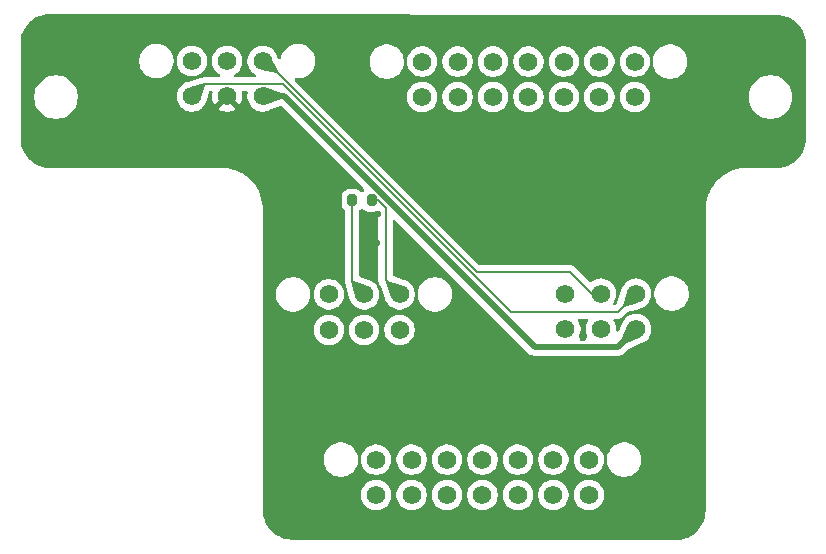
<source format=gbr>
%TF.GenerationSoftware,KiCad,Pcbnew,9.0.3*%
%TF.CreationDate,2025-10-12T18:54:41-05:00*%
%TF.ProjectId,Moco-IOBreakoutPCB,4d6f636f-2d49-44f4-9272-65616b6f7574,rev?*%
%TF.SameCoordinates,Original*%
%TF.FileFunction,Copper,L1,Top*%
%TF.FilePolarity,Positive*%
%FSLAX46Y46*%
G04 Gerber Fmt 4.6, Leading zero omitted, Abs format (unit mm)*
G04 Created by KiCad (PCBNEW 9.0.3) date 2025-10-12 18:54:41*
%MOMM*%
%LPD*%
G01*
G04 APERTURE LIST*
G04 Aperture macros list*
%AMRoundRect*
0 Rectangle with rounded corners*
0 $1 Rounding radius*
0 $2 $3 $4 $5 $6 $7 $8 $9 X,Y pos of 4 corners*
0 Add a 4 corners polygon primitive as box body*
4,1,4,$2,$3,$4,$5,$6,$7,$8,$9,$2,$3,0*
0 Add four circle primitives for the rounded corners*
1,1,$1+$1,$2,$3*
1,1,$1+$1,$4,$5*
1,1,$1+$1,$6,$7*
1,1,$1+$1,$8,$9*
0 Add four rect primitives between the rounded corners*
20,1,$1+$1,$2,$3,$4,$5,0*
20,1,$1+$1,$4,$5,$6,$7,0*
20,1,$1+$1,$6,$7,$8,$9,0*
20,1,$1+$1,$8,$9,$2,$3,0*%
G04 Aperture macros list end*
%TA.AperFunction,SMDPad,CuDef*%
%ADD10RoundRect,0.200000X0.200000X0.275000X-0.200000X0.275000X-0.200000X-0.275000X0.200000X-0.275000X0*%
%TD*%
%TA.AperFunction,ComponentPad*%
%ADD11C,1.574800*%
%TD*%
%TA.AperFunction,ViaPad*%
%ADD12C,0.600000*%
%TD*%
%TA.AperFunction,Conductor*%
%ADD13C,0.500000*%
%TD*%
%TA.AperFunction,Conductor*%
%ADD14C,0.200000*%
%TD*%
%TA.AperFunction,Conductor*%
%ADD15C,0.150000*%
%TD*%
G04 APERTURE END LIST*
D10*
%TO.P,120m/s1,1,-*%
%TO.N,/CAN_H-out*%
X143725000Y-66750000D03*
%TO.P,120m/s1,2,+*%
%TO.N,/CAN_L-out*%
X142075000Y-66750000D03*
%TD*%
D11*
%TO.P,J3,1,Pin_1*%
%TO.N,+12V*%
X166124998Y-77650000D03*
%TO.P,J3,2,Pin_2*%
%TO.N,GND*%
X163124999Y-77650000D03*
%TO.P,J3,3,Pin_3*%
%TO.N,unconnected-(J3-Pin_3-Pad3)*%
X160125000Y-77650000D03*
%TO.P,J3,4,Pin_4*%
%TO.N,/CAN_H-in*%
X166124998Y-74650001D03*
%TO.P,J3,5,Pin_5*%
%TO.N,/CAN_L-in*%
X163124999Y-74650001D03*
%TO.P,J3,6,Pin_6*%
%TO.N,unconnected-(J3-Pin_6-Pad6)*%
X160125000Y-74650001D03*
%TD*%
%TO.P,J2,1,Pin_1*%
%TO.N,/Serial_RX+*%
X162109994Y-91699999D03*
%TO.P,J2,2,Pin_2*%
%TO.N,/H3{slash}I_RX+*%
X159109995Y-91699999D03*
%TO.P,J2,3,Pin_3*%
%TO.N,/H2{slash}B_RX+*%
X156109996Y-91699999D03*
%TO.P,J2,4,Pin_4*%
%TO.N,/H1{slash}A_RX+*%
X153109997Y-91699999D03*
%TO.P,J2,5,Pin_5*%
%TO.N,+12V_MCI*%
X150109998Y-91699999D03*
%TO.P,J2,6,Pin_6*%
%TO.N,+5V_MCI*%
X147109999Y-91699999D03*
%TO.P,J2,7,Pin_7*%
%TO.N,unconnected-(J2-Pin_7-Pad7)*%
X144110000Y-91699999D03*
%TO.P,J2,8,Pin_8*%
%TO.N,/Serial_RX-*%
X162109994Y-88700000D03*
%TO.P,J2,9,Pin_9*%
%TO.N,/H3{slash}I_RX-*%
X159109995Y-88700000D03*
%TO.P,J2,10,Pin_10*%
%TO.N,/H2{slash}B_RX-*%
X156109996Y-88700000D03*
%TO.P,J2,11,Pin_11*%
%TO.N,/H1{slash}A_RX-*%
X153109997Y-88700000D03*
%TO.P,J2,12,Pin_12*%
%TO.N,GND_MCI*%
X150109998Y-88700000D03*
%TO.P,J2,13,Pin_13*%
X147109999Y-88700000D03*
%TO.P,J2,14,Pin_14*%
%TO.N,/Shield_MCI*%
X144110000Y-88700000D03*
%TD*%
%TO.P,J1,1,Pin_1*%
%TO.N,/Serial_RX+*%
X166000000Y-58000000D03*
%TO.P,J1,2,Pin_2*%
%TO.N,/H3{slash}I_RX+*%
X163000001Y-58000000D03*
%TO.P,J1,3,Pin_3*%
%TO.N,/H2{slash}B_RX+*%
X160000002Y-58000000D03*
%TO.P,J1,4,Pin_4*%
%TO.N,/H1{slash}A_RX+*%
X157000003Y-58000000D03*
%TO.P,J1,5,Pin_5*%
%TO.N,+12V_MCI*%
X154000004Y-58000000D03*
%TO.P,J1,6,Pin_6*%
%TO.N,+5V_MCI*%
X151000005Y-58000000D03*
%TO.P,J1,7,Pin_7*%
%TO.N,unconnected-(J1-Pin_7-Pad7)*%
X148000006Y-58000000D03*
%TO.P,J1,8,Pin_8*%
%TO.N,/Serial_RX-*%
X166000000Y-55000001D03*
%TO.P,J1,9,Pin_9*%
%TO.N,/H3{slash}I_RX-*%
X163000001Y-55000001D03*
%TO.P,J1,10,Pin_10*%
%TO.N,/H2{slash}B_RX-*%
X160000002Y-55000001D03*
%TO.P,J1,11,Pin_11*%
%TO.N,/H1{slash}A_RX-*%
X157000003Y-55000001D03*
%TO.P,J1,12,Pin_12*%
%TO.N,GND_MCI*%
X154000004Y-55000001D03*
%TO.P,J1,13,Pin_13*%
X151000005Y-55000001D03*
%TO.P,J1,14,Pin_14*%
%TO.N,/Shield_MCI*%
X148000006Y-55000001D03*
%TD*%
%TO.P,J4,1,Pin_1*%
%TO.N,unconnected-(J4-Pin_1-Pad1)*%
X146089999Y-77709999D03*
%TO.P,J4,2,Pin_2*%
%TO.N,unconnected-(J4-Pin_2-Pad2)*%
X143090000Y-77709999D03*
%TO.P,J4,3,Pin_3*%
%TO.N,unconnected-(J4-Pin_3-Pad3)*%
X140090001Y-77709999D03*
%TO.P,J4,4,Pin_4*%
%TO.N,/CAN_H-out*%
X146089999Y-74710000D03*
%TO.P,J4,5,Pin_5*%
%TO.N,/CAN_L-out*%
X143090000Y-74710000D03*
%TO.P,J4,6,Pin_6*%
%TO.N,unconnected-(J4-Pin_6-Pad6)*%
X140090001Y-74710000D03*
%TD*%
%TO.P,J5,1,Pin_1*%
%TO.N,+12V*%
X134500000Y-57949999D03*
%TO.P,J5,2,Pin_2*%
%TO.N,GND*%
X131500001Y-57949999D03*
%TO.P,J5,3,Pin_3*%
%TO.N,/CAN_H-in*%
X128500002Y-57949999D03*
%TO.P,J5,4,Pin_4*%
%TO.N,/CAN_L-in*%
X134500000Y-54950000D03*
%TO.P,J5,5,Pin_5*%
%TO.N,/CAN_H-out*%
X131500001Y-54950000D03*
%TO.P,J5,6,Pin_6*%
%TO.N,/CAN_L-out*%
X128500002Y-54950000D03*
%TD*%
D12*
%TO.N,GND*%
X150300000Y-61100000D03*
X145800000Y-72000000D03*
X144200000Y-70400000D03*
X150100000Y-79500000D03*
X148600000Y-63200000D03*
X150100000Y-81900000D03*
X148500000Y-81100000D03*
X145900000Y-69300000D03*
X148400000Y-83300000D03*
X148500000Y-61500000D03*
X144300000Y-67900000D03*
X150300000Y-62900000D03*
X161600000Y-78400000D03*
%TD*%
D13*
%TO.N,+12V*%
X164623998Y-79151000D02*
X166124998Y-77650000D01*
X157527196Y-79151000D02*
X164623998Y-79151000D01*
X136326195Y-57949999D02*
X157527196Y-79151000D01*
X134500000Y-57949999D02*
X136326195Y-57949999D01*
D14*
%TO.N,/CAN_L-out*%
X142075000Y-66750000D02*
X142075000Y-73695000D01*
%TO.N,/CAN_H-out*%
X144900000Y-73520001D02*
X146089999Y-74710000D01*
X144900000Y-67375000D02*
X144900000Y-73520001D01*
%TO.N,/CAN_L-out*%
X142075000Y-73695000D02*
X143090000Y-74710000D01*
%TO.N,/CAN_H-out*%
X143725000Y-66750000D02*
X144275000Y-66750000D01*
X144275000Y-66750000D02*
X144900000Y-67375000D01*
D15*
%TO.N,/CAN_L-in*%
X162350001Y-74650001D02*
X163124999Y-74650001D01*
X152634198Y-72800000D02*
X160500000Y-72800000D01*
X134784199Y-54950000D02*
X152634198Y-72800000D01*
X160500000Y-72800000D02*
X162350001Y-74650001D01*
X134500000Y-54950000D02*
X134784199Y-54950000D01*
%TO.N,/CAN_H-in*%
X129563402Y-56886599D02*
X136224410Y-56886599D01*
X136224410Y-56886599D02*
X155520311Y-76182501D01*
X155520311Y-76182501D02*
X164592498Y-76182501D01*
X128500002Y-57949999D02*
X129563402Y-56886599D01*
X164592498Y-76182501D02*
X166124998Y-74650001D01*
%TD*%
%TA.AperFunction,Conductor*%
%TO.N,GND*%
G36*
X162005435Y-76777686D02*
G01*
X162051190Y-76830490D01*
X162061134Y-76899648D01*
X162038715Y-76954886D01*
X162023915Y-76975255D01*
X161931920Y-77155807D01*
X161869298Y-77348536D01*
X161837599Y-77548679D01*
X161837599Y-77751320D01*
X161869298Y-77951463D01*
X161931921Y-78144195D01*
X161970650Y-78220206D01*
X161983546Y-78288875D01*
X161957269Y-78353615D01*
X161900163Y-78393872D01*
X161860165Y-78400500D01*
X161390394Y-78400500D01*
X161323355Y-78380815D01*
X161277600Y-78328011D01*
X161267656Y-78258853D01*
X161279909Y-78220205D01*
X161298662Y-78183400D01*
X161318543Y-78144382D01*
X161381187Y-77951584D01*
X161412900Y-77751360D01*
X161412900Y-77548640D01*
X161381187Y-77348416D01*
X161318543Y-77155618D01*
X161226510Y-76974994D01*
X161226508Y-76974990D01*
X161211901Y-76954885D01*
X161188422Y-76889078D01*
X161204249Y-76821024D01*
X161254355Y-76772330D01*
X161312220Y-76758001D01*
X161938396Y-76758001D01*
X162005435Y-76777686D01*
G37*
%TD.AperFunction*%
%TA.AperFunction,Conductor*%
G36*
X177933866Y-51030760D02*
G01*
X177934108Y-51030825D01*
X177996387Y-51030825D01*
X177996401Y-51030829D01*
X178003744Y-51031051D01*
X178293794Y-51048596D01*
X178308656Y-51050400D01*
X178590799Y-51102105D01*
X178605324Y-51105686D01*
X178879177Y-51191022D01*
X178893169Y-51196329D01*
X179020024Y-51253423D01*
X179154727Y-51314048D01*
X179167978Y-51321001D01*
X179413457Y-51469400D01*
X179425768Y-51477898D01*
X179586849Y-51604097D01*
X179651559Y-51654794D01*
X179662768Y-51664724D01*
X179865588Y-51867547D01*
X179875517Y-51878755D01*
X180052411Y-52104545D01*
X180060917Y-52116869D01*
X180209300Y-52362328D01*
X180216259Y-52375587D01*
X180333974Y-52637145D01*
X180339284Y-52651145D01*
X180424618Y-52924996D01*
X180428201Y-52939535D01*
X180479900Y-53221661D01*
X180481705Y-53236526D01*
X180499273Y-53526999D01*
X180499499Y-53534483D01*
X180499499Y-53566656D01*
X180499499Y-53596213D01*
X180499499Y-53596215D01*
X180499500Y-53606207D01*
X180499500Y-61496249D01*
X180499274Y-61503736D01*
X180481728Y-61793794D01*
X180479923Y-61808659D01*
X180428219Y-62090798D01*
X180424635Y-62105336D01*
X180339306Y-62379167D01*
X180333997Y-62393168D01*
X180216275Y-62654736D01*
X180209316Y-62667995D01*
X180060928Y-62913459D01*
X180052422Y-62925782D01*
X179875526Y-63151573D01*
X179865596Y-63162781D01*
X179662781Y-63365596D01*
X179651573Y-63375526D01*
X179425782Y-63552422D01*
X179413459Y-63560928D01*
X179167995Y-63709316D01*
X179154736Y-63716275D01*
X178893168Y-63833997D01*
X178879167Y-63839306D01*
X178605336Y-63924635D01*
X178590798Y-63928219D01*
X178308659Y-63979923D01*
X178293794Y-63981728D01*
X178003736Y-63999274D01*
X177996249Y-63999500D01*
X175565892Y-63999500D01*
X175500000Y-63999500D01*
X175328031Y-63999500D01*
X175249966Y-64007188D01*
X174985750Y-64033210D01*
X174648427Y-64100308D01*
X174319293Y-64200150D01*
X174001535Y-64331770D01*
X174001530Y-64331772D01*
X173698224Y-64493893D01*
X173698206Y-64493904D01*
X173412248Y-64684975D01*
X173412234Y-64684985D01*
X173146367Y-64903176D01*
X172903176Y-65146367D01*
X172684985Y-65412234D01*
X172684975Y-65412248D01*
X172493904Y-65698206D01*
X172493893Y-65698224D01*
X172331772Y-66001530D01*
X172331770Y-66001535D01*
X172200150Y-66319293D01*
X172100308Y-66648427D01*
X172033210Y-66985750D01*
X172014076Y-67180035D01*
X172001340Y-67309356D01*
X171999500Y-67328034D01*
X171999500Y-92996249D01*
X171999274Y-93003736D01*
X171981728Y-93293794D01*
X171979923Y-93308659D01*
X171928219Y-93590798D01*
X171924635Y-93605336D01*
X171839306Y-93879167D01*
X171833997Y-93893168D01*
X171716275Y-94154736D01*
X171709316Y-94167995D01*
X171560928Y-94413459D01*
X171552422Y-94425782D01*
X171375526Y-94651573D01*
X171365596Y-94662781D01*
X171162781Y-94865596D01*
X171151573Y-94875526D01*
X170925782Y-95052422D01*
X170913459Y-95060928D01*
X170667995Y-95209316D01*
X170654736Y-95216275D01*
X170393168Y-95333997D01*
X170379167Y-95339306D01*
X170105336Y-95424635D01*
X170090798Y-95428219D01*
X169808659Y-95479923D01*
X169793793Y-95481728D01*
X169503772Y-95499270D01*
X169496215Y-95499496D01*
X137072849Y-95480860D01*
X137072849Y-95480859D01*
X137064705Y-95480854D01*
X137064575Y-95480820D01*
X137002375Y-95480820D01*
X137002366Y-95480817D01*
X136994959Y-95480594D01*
X136974234Y-95479340D01*
X136704888Y-95463046D01*
X136690024Y-95461241D01*
X136407889Y-95409537D01*
X136393350Y-95405953D01*
X136119510Y-95320620D01*
X136105509Y-95315310D01*
X135843951Y-95197591D01*
X135830693Y-95190633D01*
X135585226Y-95042242D01*
X135572903Y-95033736D01*
X135347112Y-94856840D01*
X135335904Y-94846910D01*
X135133089Y-94644095D01*
X135123159Y-94632887D01*
X135017844Y-94498462D01*
X134946259Y-94407090D01*
X134937761Y-94394779D01*
X134789365Y-94149305D01*
X134782408Y-94136048D01*
X134664686Y-93874483D01*
X134659381Y-93860496D01*
X134574044Y-93586642D01*
X134570462Y-93572110D01*
X134556435Y-93495571D01*
X134518757Y-93289974D01*
X134516953Y-93275112D01*
X134499406Y-92985052D01*
X134499180Y-92977564D01*
X134499180Y-91598639D01*
X142822100Y-91598639D01*
X142822100Y-91801358D01*
X142853812Y-92001579D01*
X142916458Y-92194383D01*
X143008492Y-92375008D01*
X143127639Y-92539003D01*
X143270995Y-92682359D01*
X143424456Y-92793853D01*
X143434994Y-92801509D01*
X143615618Y-92893542D01*
X143808416Y-92956186D01*
X144008640Y-92987899D01*
X144008641Y-92987899D01*
X144211359Y-92987899D01*
X144211360Y-92987899D01*
X144411584Y-92956186D01*
X144604382Y-92893542D01*
X144785006Y-92801509D01*
X144877085Y-92734609D01*
X144949004Y-92682359D01*
X144949006Y-92682356D01*
X144949010Y-92682354D01*
X145092355Y-92539009D01*
X145092357Y-92539005D01*
X145092360Y-92539003D01*
X145144610Y-92467084D01*
X145211510Y-92375005D01*
X145303543Y-92194381D01*
X145366187Y-92001583D01*
X145397900Y-91801359D01*
X145397900Y-91598639D01*
X145822099Y-91598639D01*
X145822099Y-91801358D01*
X145853811Y-92001579D01*
X145916457Y-92194383D01*
X146008491Y-92375008D01*
X146127638Y-92539003D01*
X146270994Y-92682359D01*
X146424455Y-92793853D01*
X146434993Y-92801509D01*
X146615617Y-92893542D01*
X146808415Y-92956186D01*
X147008639Y-92987899D01*
X147008640Y-92987899D01*
X147211358Y-92987899D01*
X147211359Y-92987899D01*
X147411583Y-92956186D01*
X147604381Y-92893542D01*
X147785005Y-92801509D01*
X147877084Y-92734609D01*
X147949003Y-92682359D01*
X147949005Y-92682356D01*
X147949009Y-92682354D01*
X148092354Y-92539009D01*
X148092356Y-92539005D01*
X148092359Y-92539003D01*
X148144609Y-92467084D01*
X148211509Y-92375005D01*
X148303542Y-92194381D01*
X148366186Y-92001583D01*
X148397899Y-91801359D01*
X148397899Y-91598639D01*
X148822098Y-91598639D01*
X148822098Y-91801358D01*
X148853810Y-92001579D01*
X148916456Y-92194383D01*
X149008490Y-92375008D01*
X149127637Y-92539003D01*
X149270993Y-92682359D01*
X149424454Y-92793853D01*
X149434992Y-92801509D01*
X149615616Y-92893542D01*
X149808414Y-92956186D01*
X150008638Y-92987899D01*
X150008639Y-92987899D01*
X150211357Y-92987899D01*
X150211358Y-92987899D01*
X150411582Y-92956186D01*
X150604380Y-92893542D01*
X150785004Y-92801509D01*
X150877083Y-92734609D01*
X150949002Y-92682359D01*
X150949004Y-92682356D01*
X150949008Y-92682354D01*
X151092353Y-92539009D01*
X151092355Y-92539005D01*
X151092358Y-92539003D01*
X151144608Y-92467084D01*
X151211508Y-92375005D01*
X151303541Y-92194381D01*
X151366185Y-92001583D01*
X151397898Y-91801359D01*
X151397898Y-91598639D01*
X151822097Y-91598639D01*
X151822097Y-91801358D01*
X151853809Y-92001579D01*
X151916455Y-92194383D01*
X152008489Y-92375008D01*
X152127636Y-92539003D01*
X152270992Y-92682359D01*
X152424453Y-92793853D01*
X152434991Y-92801509D01*
X152615615Y-92893542D01*
X152808413Y-92956186D01*
X153008637Y-92987899D01*
X153008638Y-92987899D01*
X153211356Y-92987899D01*
X153211357Y-92987899D01*
X153411581Y-92956186D01*
X153604379Y-92893542D01*
X153785003Y-92801509D01*
X153877082Y-92734609D01*
X153949001Y-92682359D01*
X153949003Y-92682356D01*
X153949007Y-92682354D01*
X154092352Y-92539009D01*
X154092354Y-92539005D01*
X154092357Y-92539003D01*
X154144607Y-92467084D01*
X154211507Y-92375005D01*
X154303540Y-92194381D01*
X154366184Y-92001583D01*
X154397897Y-91801359D01*
X154397897Y-91598639D01*
X154822096Y-91598639D01*
X154822096Y-91801358D01*
X154853808Y-92001579D01*
X154916454Y-92194383D01*
X155008488Y-92375008D01*
X155127635Y-92539003D01*
X155270991Y-92682359D01*
X155424452Y-92793853D01*
X155434990Y-92801509D01*
X155615614Y-92893542D01*
X155808412Y-92956186D01*
X156008636Y-92987899D01*
X156008637Y-92987899D01*
X156211355Y-92987899D01*
X156211356Y-92987899D01*
X156411580Y-92956186D01*
X156604378Y-92893542D01*
X156785002Y-92801509D01*
X156877081Y-92734609D01*
X156949000Y-92682359D01*
X156949002Y-92682356D01*
X156949006Y-92682354D01*
X157092351Y-92539009D01*
X157092353Y-92539005D01*
X157092356Y-92539003D01*
X157144606Y-92467084D01*
X157211506Y-92375005D01*
X157303539Y-92194381D01*
X157366183Y-92001583D01*
X157397896Y-91801359D01*
X157397896Y-91598639D01*
X157822095Y-91598639D01*
X157822095Y-91801358D01*
X157853807Y-92001579D01*
X157916453Y-92194383D01*
X158008487Y-92375008D01*
X158127634Y-92539003D01*
X158270990Y-92682359D01*
X158424451Y-92793853D01*
X158434989Y-92801509D01*
X158615613Y-92893542D01*
X158808411Y-92956186D01*
X159008635Y-92987899D01*
X159008636Y-92987899D01*
X159211354Y-92987899D01*
X159211355Y-92987899D01*
X159411579Y-92956186D01*
X159604377Y-92893542D01*
X159785001Y-92801509D01*
X159877080Y-92734609D01*
X159948999Y-92682359D01*
X159949001Y-92682356D01*
X159949005Y-92682354D01*
X160092350Y-92539009D01*
X160092352Y-92539005D01*
X160092355Y-92539003D01*
X160144605Y-92467084D01*
X160211505Y-92375005D01*
X160303538Y-92194381D01*
X160366182Y-92001583D01*
X160397895Y-91801359D01*
X160397895Y-91598639D01*
X160822094Y-91598639D01*
X160822094Y-91801358D01*
X160853806Y-92001579D01*
X160916452Y-92194383D01*
X161008486Y-92375008D01*
X161127633Y-92539003D01*
X161270989Y-92682359D01*
X161424450Y-92793853D01*
X161434988Y-92801509D01*
X161615612Y-92893542D01*
X161808410Y-92956186D01*
X162008634Y-92987899D01*
X162008635Y-92987899D01*
X162211353Y-92987899D01*
X162211354Y-92987899D01*
X162411578Y-92956186D01*
X162604376Y-92893542D01*
X162785000Y-92801509D01*
X162877079Y-92734609D01*
X162948998Y-92682359D01*
X162949000Y-92682356D01*
X162949004Y-92682354D01*
X163092349Y-92539009D01*
X163092351Y-92539005D01*
X163092354Y-92539003D01*
X163144604Y-92467084D01*
X163211504Y-92375005D01*
X163303537Y-92194381D01*
X163366181Y-92001583D01*
X163397894Y-91801359D01*
X163397894Y-91598639D01*
X163366181Y-91398415D01*
X163303537Y-91205617D01*
X163211504Y-91024993D01*
X163203848Y-91014455D01*
X163092354Y-90860994D01*
X162948998Y-90717638D01*
X162785003Y-90598491D01*
X162785002Y-90598490D01*
X162785000Y-90598489D01*
X162604376Y-90506456D01*
X162411578Y-90443812D01*
X162411576Y-90443811D01*
X162411574Y-90443811D01*
X162271776Y-90421669D01*
X162211354Y-90412099D01*
X162008634Y-90412099D01*
X161962218Y-90419450D01*
X161808413Y-90443811D01*
X161615609Y-90506457D01*
X161434984Y-90598491D01*
X161270989Y-90717638D01*
X161127633Y-90860994D01*
X161008486Y-91024989D01*
X160916452Y-91205614D01*
X160853806Y-91398418D01*
X160822094Y-91598639D01*
X160397895Y-91598639D01*
X160366182Y-91398415D01*
X160303538Y-91205617D01*
X160211505Y-91024993D01*
X160203849Y-91014455D01*
X160092355Y-90860994D01*
X159948999Y-90717638D01*
X159785004Y-90598491D01*
X159785003Y-90598490D01*
X159785001Y-90598489D01*
X159604377Y-90506456D01*
X159411579Y-90443812D01*
X159411577Y-90443811D01*
X159411575Y-90443811D01*
X159271777Y-90421669D01*
X159211355Y-90412099D01*
X159008635Y-90412099D01*
X158962219Y-90419450D01*
X158808414Y-90443811D01*
X158615610Y-90506457D01*
X158434985Y-90598491D01*
X158270990Y-90717638D01*
X158127634Y-90860994D01*
X158008487Y-91024989D01*
X157916453Y-91205614D01*
X157853807Y-91398418D01*
X157822095Y-91598639D01*
X157397896Y-91598639D01*
X157366183Y-91398415D01*
X157303539Y-91205617D01*
X157211506Y-91024993D01*
X157203850Y-91014455D01*
X157092356Y-90860994D01*
X156949000Y-90717638D01*
X156785005Y-90598491D01*
X156785004Y-90598490D01*
X156785002Y-90598489D01*
X156604378Y-90506456D01*
X156411580Y-90443812D01*
X156411578Y-90443811D01*
X156411576Y-90443811D01*
X156271778Y-90421669D01*
X156211356Y-90412099D01*
X156008636Y-90412099D01*
X155962220Y-90419450D01*
X155808415Y-90443811D01*
X155615611Y-90506457D01*
X155434986Y-90598491D01*
X155270991Y-90717638D01*
X155127635Y-90860994D01*
X155008488Y-91024989D01*
X154916454Y-91205614D01*
X154853808Y-91398418D01*
X154822096Y-91598639D01*
X154397897Y-91598639D01*
X154366184Y-91398415D01*
X154303540Y-91205617D01*
X154211507Y-91024993D01*
X154203851Y-91014455D01*
X154092357Y-90860994D01*
X153949001Y-90717638D01*
X153785006Y-90598491D01*
X153785005Y-90598490D01*
X153785003Y-90598489D01*
X153604379Y-90506456D01*
X153411581Y-90443812D01*
X153411579Y-90443811D01*
X153411577Y-90443811D01*
X153271779Y-90421669D01*
X153211357Y-90412099D01*
X153008637Y-90412099D01*
X152962221Y-90419450D01*
X152808416Y-90443811D01*
X152615612Y-90506457D01*
X152434987Y-90598491D01*
X152270992Y-90717638D01*
X152127636Y-90860994D01*
X152008489Y-91024989D01*
X151916455Y-91205614D01*
X151853809Y-91398418D01*
X151822097Y-91598639D01*
X151397898Y-91598639D01*
X151366185Y-91398415D01*
X151303541Y-91205617D01*
X151211508Y-91024993D01*
X151203852Y-91014455D01*
X151092358Y-90860994D01*
X150949002Y-90717638D01*
X150785007Y-90598491D01*
X150785006Y-90598490D01*
X150785004Y-90598489D01*
X150604380Y-90506456D01*
X150411582Y-90443812D01*
X150411580Y-90443811D01*
X150411578Y-90443811D01*
X150271780Y-90421669D01*
X150211358Y-90412099D01*
X150008638Y-90412099D01*
X149962222Y-90419450D01*
X149808417Y-90443811D01*
X149615613Y-90506457D01*
X149434988Y-90598491D01*
X149270993Y-90717638D01*
X149127637Y-90860994D01*
X149008490Y-91024989D01*
X148916456Y-91205614D01*
X148853810Y-91398418D01*
X148822098Y-91598639D01*
X148397899Y-91598639D01*
X148366186Y-91398415D01*
X148303542Y-91205617D01*
X148211509Y-91024993D01*
X148203853Y-91014455D01*
X148092359Y-90860994D01*
X147949003Y-90717638D01*
X147785008Y-90598491D01*
X147785007Y-90598490D01*
X147785005Y-90598489D01*
X147604381Y-90506456D01*
X147411583Y-90443812D01*
X147411581Y-90443811D01*
X147411579Y-90443811D01*
X147271781Y-90421669D01*
X147211359Y-90412099D01*
X147008639Y-90412099D01*
X146962223Y-90419450D01*
X146808418Y-90443811D01*
X146615614Y-90506457D01*
X146434989Y-90598491D01*
X146270994Y-90717638D01*
X146127638Y-90860994D01*
X146008491Y-91024989D01*
X145916457Y-91205614D01*
X145853811Y-91398418D01*
X145822099Y-91598639D01*
X145397900Y-91598639D01*
X145366187Y-91398415D01*
X145303543Y-91205617D01*
X145211510Y-91024993D01*
X145203854Y-91014455D01*
X145092360Y-90860994D01*
X144949004Y-90717638D01*
X144785009Y-90598491D01*
X144785008Y-90598490D01*
X144785006Y-90598489D01*
X144604382Y-90506456D01*
X144411584Y-90443812D01*
X144411582Y-90443811D01*
X144411580Y-90443811D01*
X144271782Y-90421669D01*
X144211360Y-90412099D01*
X144008640Y-90412099D01*
X143962224Y-90419450D01*
X143808419Y-90443811D01*
X143615615Y-90506457D01*
X143434990Y-90598491D01*
X143270995Y-90717638D01*
X143127639Y-90860994D01*
X143008492Y-91024989D01*
X142916458Y-91205614D01*
X142853812Y-91398418D01*
X142822100Y-91598639D01*
X134499180Y-91598639D01*
X134499180Y-88585326D01*
X139652998Y-88585326D01*
X139652998Y-88814673D01*
X139688873Y-89041182D01*
X139759744Y-89259298D01*
X139818703Y-89375009D01*
X139863860Y-89463634D01*
X139998661Y-89649172D01*
X140160826Y-89811337D01*
X140346364Y-89946138D01*
X140428326Y-89987900D01*
X140550699Y-90050253D01*
X140550701Y-90050253D01*
X140550704Y-90050255D01*
X140667617Y-90088242D01*
X140768815Y-90121124D01*
X140995325Y-90157000D01*
X140995330Y-90157000D01*
X141224671Y-90157000D01*
X141451180Y-90121124D01*
X141669292Y-90050255D01*
X141873632Y-89946138D01*
X142059170Y-89811337D01*
X142221335Y-89649172D01*
X142356136Y-89463634D01*
X142460253Y-89259294D01*
X142531122Y-89041182D01*
X142537394Y-89001580D01*
X142566998Y-88814673D01*
X142566998Y-88598640D01*
X142822100Y-88598640D01*
X142822100Y-88801360D01*
X142853813Y-89001584D01*
X142916457Y-89194382D01*
X142949531Y-89259294D01*
X143008492Y-89375009D01*
X143127639Y-89539004D01*
X143270995Y-89682360D01*
X143424456Y-89793854D01*
X143434994Y-89801510D01*
X143615618Y-89893543D01*
X143808416Y-89956187D01*
X144008640Y-89987900D01*
X144008641Y-89987900D01*
X144211359Y-89987900D01*
X144211360Y-89987900D01*
X144411584Y-89956187D01*
X144604382Y-89893543D01*
X144785006Y-89801510D01*
X144877085Y-89734610D01*
X144949004Y-89682360D01*
X144949006Y-89682357D01*
X144949010Y-89682355D01*
X145092355Y-89539010D01*
X145092357Y-89539006D01*
X145092360Y-89539004D01*
X145147118Y-89463634D01*
X145211510Y-89375006D01*
X145303543Y-89194382D01*
X145366187Y-89001584D01*
X145397900Y-88801360D01*
X145397900Y-88598640D01*
X145822099Y-88598640D01*
X145822099Y-88801360D01*
X145853812Y-89001584D01*
X145916456Y-89194382D01*
X145949530Y-89259294D01*
X146008491Y-89375009D01*
X146127638Y-89539004D01*
X146270994Y-89682360D01*
X146424455Y-89793854D01*
X146434993Y-89801510D01*
X146615617Y-89893543D01*
X146808415Y-89956187D01*
X147008639Y-89987900D01*
X147008640Y-89987900D01*
X147211358Y-89987900D01*
X147211359Y-89987900D01*
X147411583Y-89956187D01*
X147604381Y-89893543D01*
X147785005Y-89801510D01*
X147877084Y-89734610D01*
X147949003Y-89682360D01*
X147949005Y-89682357D01*
X147949009Y-89682355D01*
X148092354Y-89539010D01*
X148092356Y-89539006D01*
X148092359Y-89539004D01*
X148147117Y-89463634D01*
X148211509Y-89375006D01*
X148303542Y-89194382D01*
X148366186Y-89001584D01*
X148397899Y-88801360D01*
X148397899Y-88598640D01*
X148822098Y-88598640D01*
X148822098Y-88801360D01*
X148853811Y-89001584D01*
X148916455Y-89194382D01*
X148949529Y-89259294D01*
X149008490Y-89375009D01*
X149127637Y-89539004D01*
X149270993Y-89682360D01*
X149424454Y-89793854D01*
X149434992Y-89801510D01*
X149615616Y-89893543D01*
X149808414Y-89956187D01*
X150008638Y-89987900D01*
X150008639Y-89987900D01*
X150211357Y-89987900D01*
X150211358Y-89987900D01*
X150411582Y-89956187D01*
X150604380Y-89893543D01*
X150785004Y-89801510D01*
X150877083Y-89734610D01*
X150949002Y-89682360D01*
X150949004Y-89682357D01*
X150949008Y-89682355D01*
X151092353Y-89539010D01*
X151092355Y-89539006D01*
X151092358Y-89539004D01*
X151147116Y-89463634D01*
X151211508Y-89375006D01*
X151303541Y-89194382D01*
X151366185Y-89001584D01*
X151397898Y-88801360D01*
X151397898Y-88598640D01*
X151822097Y-88598640D01*
X151822097Y-88801360D01*
X151853810Y-89001584D01*
X151916454Y-89194382D01*
X151949528Y-89259294D01*
X152008489Y-89375009D01*
X152127636Y-89539004D01*
X152270992Y-89682360D01*
X152424453Y-89793854D01*
X152434991Y-89801510D01*
X152615615Y-89893543D01*
X152808413Y-89956187D01*
X153008637Y-89987900D01*
X153008638Y-89987900D01*
X153211356Y-89987900D01*
X153211357Y-89987900D01*
X153411581Y-89956187D01*
X153604379Y-89893543D01*
X153785003Y-89801510D01*
X153877082Y-89734610D01*
X153949001Y-89682360D01*
X153949003Y-89682357D01*
X153949007Y-89682355D01*
X154092352Y-89539010D01*
X154092354Y-89539006D01*
X154092357Y-89539004D01*
X154147115Y-89463634D01*
X154211507Y-89375006D01*
X154303540Y-89194382D01*
X154366184Y-89001584D01*
X154397897Y-88801360D01*
X154397897Y-88598640D01*
X154822096Y-88598640D01*
X154822096Y-88801360D01*
X154853809Y-89001584D01*
X154916453Y-89194382D01*
X154949527Y-89259294D01*
X155008488Y-89375009D01*
X155127635Y-89539004D01*
X155270991Y-89682360D01*
X155424452Y-89793854D01*
X155434990Y-89801510D01*
X155615614Y-89893543D01*
X155808412Y-89956187D01*
X156008636Y-89987900D01*
X156008637Y-89987900D01*
X156211355Y-89987900D01*
X156211356Y-89987900D01*
X156411580Y-89956187D01*
X156604378Y-89893543D01*
X156785002Y-89801510D01*
X156877081Y-89734610D01*
X156949000Y-89682360D01*
X156949002Y-89682357D01*
X156949006Y-89682355D01*
X157092351Y-89539010D01*
X157092353Y-89539006D01*
X157092356Y-89539004D01*
X157147114Y-89463634D01*
X157211506Y-89375006D01*
X157303539Y-89194382D01*
X157366183Y-89001584D01*
X157397896Y-88801360D01*
X157397896Y-88598640D01*
X157822095Y-88598640D01*
X157822095Y-88801360D01*
X157853808Y-89001584D01*
X157916452Y-89194382D01*
X157949526Y-89259294D01*
X158008487Y-89375009D01*
X158127634Y-89539004D01*
X158270990Y-89682360D01*
X158424451Y-89793854D01*
X158434989Y-89801510D01*
X158615613Y-89893543D01*
X158808411Y-89956187D01*
X159008635Y-89987900D01*
X159008636Y-89987900D01*
X159211354Y-89987900D01*
X159211355Y-89987900D01*
X159411579Y-89956187D01*
X159604377Y-89893543D01*
X159785001Y-89801510D01*
X159877080Y-89734610D01*
X159948999Y-89682360D01*
X159949001Y-89682357D01*
X159949005Y-89682355D01*
X160092350Y-89539010D01*
X160092352Y-89539006D01*
X160092355Y-89539004D01*
X160147113Y-89463634D01*
X160211505Y-89375006D01*
X160303538Y-89194382D01*
X160366182Y-89001584D01*
X160397895Y-88801360D01*
X160397895Y-88598640D01*
X160822094Y-88598640D01*
X160822094Y-88801360D01*
X160853807Y-89001584D01*
X160916451Y-89194382D01*
X160949525Y-89259294D01*
X161008486Y-89375009D01*
X161127633Y-89539004D01*
X161270989Y-89682360D01*
X161424450Y-89793854D01*
X161434988Y-89801510D01*
X161615612Y-89893543D01*
X161808410Y-89956187D01*
X162008634Y-89987900D01*
X162008635Y-89987900D01*
X162211353Y-89987900D01*
X162211354Y-89987900D01*
X162411578Y-89956187D01*
X162604376Y-89893543D01*
X162785000Y-89801510D01*
X162877079Y-89734610D01*
X162948998Y-89682360D01*
X162949000Y-89682357D01*
X162949004Y-89682355D01*
X163092349Y-89539010D01*
X163092351Y-89539006D01*
X163092354Y-89539004D01*
X163147112Y-89463634D01*
X163211504Y-89375006D01*
X163303537Y-89194382D01*
X163366181Y-89001584D01*
X163397894Y-88801360D01*
X163397894Y-88598640D01*
X163395785Y-88585326D01*
X163652996Y-88585326D01*
X163652996Y-88814673D01*
X163688871Y-89041182D01*
X163759742Y-89259298D01*
X163818701Y-89375009D01*
X163863858Y-89463634D01*
X163998659Y-89649172D01*
X164160824Y-89811337D01*
X164346362Y-89946138D01*
X164428324Y-89987900D01*
X164550697Y-90050253D01*
X164550699Y-90050253D01*
X164550702Y-90050255D01*
X164667615Y-90088242D01*
X164768813Y-90121124D01*
X164995323Y-90157000D01*
X164995328Y-90157000D01*
X165224669Y-90157000D01*
X165451178Y-90121124D01*
X165669290Y-90050255D01*
X165873630Y-89946138D01*
X166059168Y-89811337D01*
X166221333Y-89649172D01*
X166356134Y-89463634D01*
X166460251Y-89259294D01*
X166531120Y-89041182D01*
X166537392Y-89001580D01*
X166566996Y-88814673D01*
X166566996Y-88585326D01*
X166531120Y-88358817D01*
X166460249Y-88140701D01*
X166356133Y-87936365D01*
X166221333Y-87750828D01*
X166059168Y-87588663D01*
X165873630Y-87453862D01*
X165853906Y-87443812D01*
X165669294Y-87349746D01*
X165451178Y-87278875D01*
X165224669Y-87243000D01*
X165224664Y-87243000D01*
X164995328Y-87243000D01*
X164995323Y-87243000D01*
X164768813Y-87278875D01*
X164550697Y-87349746D01*
X164346361Y-87453862D01*
X164160821Y-87588665D01*
X163998661Y-87750825D01*
X163863858Y-87936365D01*
X163759742Y-88140701D01*
X163688871Y-88358817D01*
X163652996Y-88585326D01*
X163395785Y-88585326D01*
X163366181Y-88398416D01*
X163303537Y-88205618D01*
X163211504Y-88024994D01*
X163203848Y-88014456D01*
X163092354Y-87860995D01*
X162948998Y-87717639D01*
X162785003Y-87598492D01*
X162785002Y-87598491D01*
X162785000Y-87598490D01*
X162604376Y-87506457D01*
X162411578Y-87443813D01*
X162411576Y-87443812D01*
X162411574Y-87443812D01*
X162271776Y-87421670D01*
X162211354Y-87412100D01*
X162008634Y-87412100D01*
X161962218Y-87419451D01*
X161808413Y-87443812D01*
X161615609Y-87506458D01*
X161434984Y-87598492D01*
X161270989Y-87717639D01*
X161127633Y-87860995D01*
X161008486Y-88024990D01*
X160916452Y-88205615D01*
X160853806Y-88398419D01*
X160824203Y-88585326D01*
X160822094Y-88598640D01*
X160397895Y-88598640D01*
X160366182Y-88398416D01*
X160303538Y-88205618D01*
X160211505Y-88024994D01*
X160203849Y-88014456D01*
X160092355Y-87860995D01*
X159948999Y-87717639D01*
X159785004Y-87598492D01*
X159785003Y-87598491D01*
X159785001Y-87598490D01*
X159604377Y-87506457D01*
X159411579Y-87443813D01*
X159411577Y-87443812D01*
X159411575Y-87443812D01*
X159271777Y-87421670D01*
X159211355Y-87412100D01*
X159008635Y-87412100D01*
X158962219Y-87419451D01*
X158808414Y-87443812D01*
X158615610Y-87506458D01*
X158434985Y-87598492D01*
X158270990Y-87717639D01*
X158127634Y-87860995D01*
X158008487Y-88024990D01*
X157916453Y-88205615D01*
X157853807Y-88398419D01*
X157824204Y-88585326D01*
X157822095Y-88598640D01*
X157397896Y-88598640D01*
X157366183Y-88398416D01*
X157303539Y-88205618D01*
X157211506Y-88024994D01*
X157203850Y-88014456D01*
X157092356Y-87860995D01*
X156949000Y-87717639D01*
X156785005Y-87598492D01*
X156785004Y-87598491D01*
X156785002Y-87598490D01*
X156604378Y-87506457D01*
X156411580Y-87443813D01*
X156411578Y-87443812D01*
X156411576Y-87443812D01*
X156271778Y-87421670D01*
X156211356Y-87412100D01*
X156008636Y-87412100D01*
X155962220Y-87419451D01*
X155808415Y-87443812D01*
X155615611Y-87506458D01*
X155434986Y-87598492D01*
X155270991Y-87717639D01*
X155127635Y-87860995D01*
X155008488Y-88024990D01*
X154916454Y-88205615D01*
X154853808Y-88398419D01*
X154824205Y-88585326D01*
X154822096Y-88598640D01*
X154397897Y-88598640D01*
X154366184Y-88398416D01*
X154303540Y-88205618D01*
X154211507Y-88024994D01*
X154203851Y-88014456D01*
X154092357Y-87860995D01*
X153949001Y-87717639D01*
X153785006Y-87598492D01*
X153785005Y-87598491D01*
X153785003Y-87598490D01*
X153604379Y-87506457D01*
X153411581Y-87443813D01*
X153411579Y-87443812D01*
X153411577Y-87443812D01*
X153271779Y-87421670D01*
X153211357Y-87412100D01*
X153008637Y-87412100D01*
X152962221Y-87419451D01*
X152808416Y-87443812D01*
X152615612Y-87506458D01*
X152434987Y-87598492D01*
X152270992Y-87717639D01*
X152127636Y-87860995D01*
X152008489Y-88024990D01*
X151916455Y-88205615D01*
X151853809Y-88398419D01*
X151824206Y-88585326D01*
X151822097Y-88598640D01*
X151397898Y-88598640D01*
X151366185Y-88398416D01*
X151303541Y-88205618D01*
X151211508Y-88024994D01*
X151203852Y-88014456D01*
X151092358Y-87860995D01*
X150949002Y-87717639D01*
X150785007Y-87598492D01*
X150785006Y-87598491D01*
X150785004Y-87598490D01*
X150604380Y-87506457D01*
X150411582Y-87443813D01*
X150411580Y-87443812D01*
X150411578Y-87443812D01*
X150271780Y-87421670D01*
X150211358Y-87412100D01*
X150008638Y-87412100D01*
X149962222Y-87419451D01*
X149808417Y-87443812D01*
X149615613Y-87506458D01*
X149434988Y-87598492D01*
X149270993Y-87717639D01*
X149127637Y-87860995D01*
X149008490Y-88024990D01*
X148916456Y-88205615D01*
X148853810Y-88398419D01*
X148824207Y-88585326D01*
X148822098Y-88598640D01*
X148397899Y-88598640D01*
X148366186Y-88398416D01*
X148303542Y-88205618D01*
X148211509Y-88024994D01*
X148203853Y-88014456D01*
X148092359Y-87860995D01*
X147949003Y-87717639D01*
X147785008Y-87598492D01*
X147785007Y-87598491D01*
X147785005Y-87598490D01*
X147604381Y-87506457D01*
X147411583Y-87443813D01*
X147411581Y-87443812D01*
X147411579Y-87443812D01*
X147271781Y-87421670D01*
X147211359Y-87412100D01*
X147008639Y-87412100D01*
X146962223Y-87419451D01*
X146808418Y-87443812D01*
X146615614Y-87506458D01*
X146434989Y-87598492D01*
X146270994Y-87717639D01*
X146127638Y-87860995D01*
X146008491Y-88024990D01*
X145916457Y-88205615D01*
X145853811Y-88398419D01*
X145824208Y-88585326D01*
X145822099Y-88598640D01*
X145397900Y-88598640D01*
X145366187Y-88398416D01*
X145303543Y-88205618D01*
X145211510Y-88024994D01*
X145203854Y-88014456D01*
X145092360Y-87860995D01*
X144949004Y-87717639D01*
X144785009Y-87598492D01*
X144785008Y-87598491D01*
X144785006Y-87598490D01*
X144604382Y-87506457D01*
X144411584Y-87443813D01*
X144411582Y-87443812D01*
X144411580Y-87443812D01*
X144271782Y-87421670D01*
X144211360Y-87412100D01*
X144008640Y-87412100D01*
X143962224Y-87419451D01*
X143808419Y-87443812D01*
X143615615Y-87506458D01*
X143434990Y-87598492D01*
X143270995Y-87717639D01*
X143127639Y-87860995D01*
X143008492Y-88024990D01*
X142916458Y-88205615D01*
X142853812Y-88398419D01*
X142824209Y-88585326D01*
X142822100Y-88598640D01*
X142566998Y-88598640D01*
X142566998Y-88585326D01*
X142531122Y-88358817D01*
X142460251Y-88140701D01*
X142356135Y-87936365D01*
X142221335Y-87750828D01*
X142059170Y-87588663D01*
X141873632Y-87453862D01*
X141853908Y-87443812D01*
X141669296Y-87349746D01*
X141451180Y-87278875D01*
X141224671Y-87243000D01*
X141224666Y-87243000D01*
X140995330Y-87243000D01*
X140995325Y-87243000D01*
X140768815Y-87278875D01*
X140550699Y-87349746D01*
X140346363Y-87453862D01*
X140160823Y-87588665D01*
X139998663Y-87750825D01*
X139863860Y-87936365D01*
X139759744Y-88140701D01*
X139688873Y-88358817D01*
X139652998Y-88585326D01*
X134499180Y-88585326D01*
X134499180Y-77608639D01*
X138802101Y-77608639D01*
X138802101Y-77811359D01*
X138833814Y-78011583D01*
X138896458Y-78204381D01*
X138986356Y-78380815D01*
X138988493Y-78385008D01*
X139107640Y-78549003D01*
X139250996Y-78692359D01*
X139404457Y-78803853D01*
X139414995Y-78811509D01*
X139595619Y-78903542D01*
X139788417Y-78966186D01*
X139988641Y-78997899D01*
X139988642Y-78997899D01*
X140191360Y-78997899D01*
X140191361Y-78997899D01*
X140391585Y-78966186D01*
X140584383Y-78903542D01*
X140765007Y-78811509D01*
X140896959Y-78715641D01*
X140929005Y-78692359D01*
X140929007Y-78692356D01*
X140929011Y-78692354D01*
X141072356Y-78549009D01*
X141072358Y-78549005D01*
X141072361Y-78549003D01*
X141180253Y-78400500D01*
X141191511Y-78385005D01*
X141283544Y-78204381D01*
X141346188Y-78011583D01*
X141377901Y-77811359D01*
X141377901Y-77608639D01*
X141802100Y-77608639D01*
X141802100Y-77811359D01*
X141833813Y-78011583D01*
X141896457Y-78204381D01*
X141986355Y-78380815D01*
X141988492Y-78385008D01*
X142107639Y-78549003D01*
X142250995Y-78692359D01*
X142404456Y-78803853D01*
X142414994Y-78811509D01*
X142595618Y-78903542D01*
X142788416Y-78966186D01*
X142988640Y-78997899D01*
X142988641Y-78997899D01*
X143191359Y-78997899D01*
X143191360Y-78997899D01*
X143391584Y-78966186D01*
X143584382Y-78903542D01*
X143765006Y-78811509D01*
X143896958Y-78715641D01*
X143929004Y-78692359D01*
X143929006Y-78692356D01*
X143929010Y-78692354D01*
X144072355Y-78549009D01*
X144072357Y-78549005D01*
X144072360Y-78549003D01*
X144180252Y-78400500D01*
X144191510Y-78385005D01*
X144283543Y-78204381D01*
X144346187Y-78011583D01*
X144377900Y-77811359D01*
X144377900Y-77608639D01*
X144802099Y-77608639D01*
X144802099Y-77811359D01*
X144833812Y-78011583D01*
X144896456Y-78204381D01*
X144986354Y-78380815D01*
X144988491Y-78385008D01*
X145107638Y-78549003D01*
X145250994Y-78692359D01*
X145404455Y-78803853D01*
X145414993Y-78811509D01*
X145595617Y-78903542D01*
X145788415Y-78966186D01*
X145988639Y-78997899D01*
X145988640Y-78997899D01*
X146191358Y-78997899D01*
X146191359Y-78997899D01*
X146391583Y-78966186D01*
X146584381Y-78903542D01*
X146765005Y-78811509D01*
X146896957Y-78715641D01*
X146929003Y-78692359D01*
X146929005Y-78692356D01*
X146929009Y-78692354D01*
X147072354Y-78549009D01*
X147072356Y-78549005D01*
X147072359Y-78549003D01*
X147180251Y-78400500D01*
X147191509Y-78385005D01*
X147283542Y-78204381D01*
X147346186Y-78011583D01*
X147377899Y-77811359D01*
X147377899Y-77608639D01*
X147346186Y-77408415D01*
X147283542Y-77215617D01*
X147191509Y-77034993D01*
X147183853Y-77024455D01*
X147072359Y-76870994D01*
X146929003Y-76727638D01*
X146765008Y-76608491D01*
X146765007Y-76608490D01*
X146765005Y-76608489D01*
X146584381Y-76516456D01*
X146391583Y-76453812D01*
X146391581Y-76453811D01*
X146391579Y-76453811D01*
X146251781Y-76431669D01*
X146191359Y-76422099D01*
X145988639Y-76422099D01*
X145942223Y-76429450D01*
X145788418Y-76453811D01*
X145595614Y-76516457D01*
X145414989Y-76608491D01*
X145250994Y-76727638D01*
X145107638Y-76870994D01*
X144988491Y-77034989D01*
X144896457Y-77215614D01*
X144833811Y-77408418D01*
X144811602Y-77548640D01*
X144802099Y-77608639D01*
X144377900Y-77608639D01*
X144346187Y-77408415D01*
X144283543Y-77215617D01*
X144191510Y-77034993D01*
X144183854Y-77024455D01*
X144072360Y-76870994D01*
X143929004Y-76727638D01*
X143765009Y-76608491D01*
X143765008Y-76608490D01*
X143765006Y-76608489D01*
X143584382Y-76516456D01*
X143391584Y-76453812D01*
X143391582Y-76453811D01*
X143391580Y-76453811D01*
X143251782Y-76431669D01*
X143191360Y-76422099D01*
X142988640Y-76422099D01*
X142942224Y-76429450D01*
X142788419Y-76453811D01*
X142595615Y-76516457D01*
X142414990Y-76608491D01*
X142250995Y-76727638D01*
X142107639Y-76870994D01*
X141988492Y-77034989D01*
X141896458Y-77215614D01*
X141833812Y-77408418D01*
X141811603Y-77548640D01*
X141802100Y-77608639D01*
X141377901Y-77608639D01*
X141346188Y-77408415D01*
X141283544Y-77215617D01*
X141191511Y-77034993D01*
X141183855Y-77024455D01*
X141072361Y-76870994D01*
X140929005Y-76727638D01*
X140765010Y-76608491D01*
X140765009Y-76608490D01*
X140765007Y-76608489D01*
X140584383Y-76516456D01*
X140391585Y-76453812D01*
X140391583Y-76453811D01*
X140391581Y-76453811D01*
X140251783Y-76431669D01*
X140191361Y-76422099D01*
X139988641Y-76422099D01*
X139942225Y-76429450D01*
X139788420Y-76453811D01*
X139595616Y-76516457D01*
X139414991Y-76608491D01*
X139250996Y-76727638D01*
X139107640Y-76870994D01*
X138988493Y-77034989D01*
X138896459Y-77215614D01*
X138833813Y-77408418D01*
X138811604Y-77548640D01*
X138802101Y-77608639D01*
X134499180Y-77608639D01*
X134499180Y-74595326D01*
X135633002Y-74595326D01*
X135633002Y-74824673D01*
X135668877Y-75051182D01*
X135739748Y-75269298D01*
X135839645Y-75465354D01*
X135843864Y-75473634D01*
X135978665Y-75659172D01*
X136140830Y-75821337D01*
X136326368Y-75956138D01*
X136408330Y-75997900D01*
X136530703Y-76060253D01*
X136530705Y-76060253D01*
X136530708Y-76060255D01*
X136647621Y-76098242D01*
X136748819Y-76131124D01*
X136975329Y-76167000D01*
X136975334Y-76167000D01*
X137204675Y-76167000D01*
X137431184Y-76131124D01*
X137649296Y-76060255D01*
X137853636Y-75956138D01*
X138039174Y-75821337D01*
X138201339Y-75659172D01*
X138336140Y-75473634D01*
X138440257Y-75269294D01*
X138511126Y-75051182D01*
X138517689Y-75009746D01*
X138547002Y-74824673D01*
X138547002Y-74608640D01*
X138802101Y-74608640D01*
X138802101Y-74811359D01*
X138832438Y-75002901D01*
X138833814Y-75011584D01*
X138896458Y-75204382D01*
X138957921Y-75325010D01*
X138988493Y-75385009D01*
X139107640Y-75549004D01*
X139250996Y-75692360D01*
X139404457Y-75803854D01*
X139414995Y-75811510D01*
X139595619Y-75903543D01*
X139788417Y-75966187D01*
X139988641Y-75997900D01*
X139988642Y-75997900D01*
X140191360Y-75997900D01*
X140191361Y-75997900D01*
X140391585Y-75966187D01*
X140584383Y-75903543D01*
X140765007Y-75811510D01*
X140857086Y-75744610D01*
X140929005Y-75692360D01*
X140929007Y-75692357D01*
X140929011Y-75692355D01*
X141072356Y-75549010D01*
X141072358Y-75549006D01*
X141072361Y-75549004D01*
X141170705Y-75413643D01*
X141191511Y-75385006D01*
X141283544Y-75204382D01*
X141346188Y-75011584D01*
X141377901Y-74811360D01*
X141377901Y-74608640D01*
X141346188Y-74408416D01*
X141283544Y-74215618D01*
X141191511Y-74034994D01*
X141174642Y-74011775D01*
X141072361Y-73870995D01*
X140929005Y-73727639D01*
X140765010Y-73608492D01*
X140765009Y-73608491D01*
X140765007Y-73608490D01*
X140584383Y-73516457D01*
X140391585Y-73453813D01*
X140391583Y-73453812D01*
X140391581Y-73453812D01*
X140251783Y-73431670D01*
X140191361Y-73422100D01*
X139988641Y-73422100D01*
X139942225Y-73429451D01*
X139788420Y-73453812D01*
X139595616Y-73516458D01*
X139414991Y-73608492D01*
X139250996Y-73727639D01*
X139107640Y-73870995D01*
X138988493Y-74034990D01*
X138896459Y-74215615D01*
X138833813Y-74408419D01*
X138802101Y-74608640D01*
X138547002Y-74608640D01*
X138547002Y-74595326D01*
X138511126Y-74368817D01*
X138441852Y-74155616D01*
X138440257Y-74150706D01*
X138440255Y-74150703D01*
X138440255Y-74150701D01*
X138369468Y-74011775D01*
X138336140Y-73946366D01*
X138201339Y-73760828D01*
X138039174Y-73598663D01*
X137853636Y-73463862D01*
X137830966Y-73452311D01*
X137649300Y-73359746D01*
X137431184Y-73288875D01*
X137204675Y-73253000D01*
X137204670Y-73253000D01*
X136975334Y-73253000D01*
X136975329Y-73253000D01*
X136748819Y-73288875D01*
X136530703Y-73359746D01*
X136326367Y-73463862D01*
X136140827Y-73598665D01*
X135978667Y-73760825D01*
X135843864Y-73946365D01*
X135739748Y-74150701D01*
X135668877Y-74368817D01*
X135633002Y-74595326D01*
X134499180Y-74595326D01*
X134499180Y-67454057D01*
X134499180Y-67434108D01*
X134499182Y-67309354D01*
X134465472Y-66967072D01*
X134398374Y-66629742D01*
X134298536Y-66300614D01*
X134166917Y-65982856D01*
X134004787Y-65679529D01*
X133813706Y-65393555D01*
X133595514Y-65127687D01*
X133595513Y-65127686D01*
X133595509Y-65127681D01*
X133352318Y-64884490D01*
X133086450Y-64666298D01*
X133086449Y-64666297D01*
X133086445Y-64666294D01*
X132846697Y-64506100D01*
X132800476Y-64475216D01*
X132800473Y-64475214D01*
X132784909Y-64466895D01*
X132497144Y-64313083D01*
X132360201Y-64256359D01*
X132179387Y-64181464D01*
X132042631Y-64139980D01*
X131850258Y-64081626D01*
X131850253Y-64081625D01*
X131850250Y-64081624D01*
X131850238Y-64081621D01*
X131512933Y-64014529D01*
X131512928Y-64014528D01*
X131512925Y-64014527D01*
X131512915Y-64014526D01*
X131270261Y-63990628D01*
X131170646Y-63980818D01*
X131170643Y-63980818D01*
X131064231Y-63980818D01*
X131063927Y-63980737D01*
X131000293Y-63980818D01*
X130999507Y-63980818D01*
X130999506Y-63980819D01*
X130999500Y-63980819D01*
X130998861Y-63980819D01*
X130998677Y-63980820D01*
X130925599Y-63980820D01*
X130924127Y-63980916D01*
X116503817Y-63999494D01*
X116496170Y-63999268D01*
X116206205Y-63981728D01*
X116191340Y-63979923D01*
X115909201Y-63928219D01*
X115894663Y-63924635D01*
X115620832Y-63839306D01*
X115606831Y-63833997D01*
X115345263Y-63716275D01*
X115332004Y-63709316D01*
X115086540Y-63560928D01*
X115074217Y-63552422D01*
X114848426Y-63375526D01*
X114837218Y-63365596D01*
X114634403Y-63162781D01*
X114624473Y-63151573D01*
X114447573Y-62925776D01*
X114439075Y-62913465D01*
X114290680Y-62667989D01*
X114283727Y-62654743D01*
X114166000Y-62393163D01*
X114160693Y-62379167D01*
X114075364Y-62105336D01*
X114071780Y-62090798D01*
X114020076Y-61808659D01*
X114018271Y-61793794D01*
X114000726Y-61503736D01*
X114000500Y-61496249D01*
X114000500Y-57878711D01*
X115149500Y-57878711D01*
X115149500Y-58121288D01*
X115181161Y-58361785D01*
X115243947Y-58596104D01*
X115336773Y-58820205D01*
X115336777Y-58820214D01*
X115347629Y-58839010D01*
X115458064Y-59030289D01*
X115458066Y-59030292D01*
X115458067Y-59030293D01*
X115605733Y-59222736D01*
X115605739Y-59222743D01*
X115777256Y-59394260D01*
X115777262Y-59394265D01*
X115969711Y-59541936D01*
X116179788Y-59663224D01*
X116403900Y-59756054D01*
X116638211Y-59818838D01*
X116818586Y-59842584D01*
X116878711Y-59850500D01*
X116878712Y-59850500D01*
X117121289Y-59850500D01*
X117169388Y-59844167D01*
X117361789Y-59818838D01*
X117596100Y-59756054D01*
X117820212Y-59663224D01*
X118030289Y-59541936D01*
X118222738Y-59394265D01*
X118394265Y-59222738D01*
X118541936Y-59030289D01*
X118663224Y-58820212D01*
X118756054Y-58596100D01*
X118818838Y-58361789D01*
X118850500Y-58121288D01*
X118850500Y-57878712D01*
X118846541Y-57848639D01*
X127212102Y-57848639D01*
X127212102Y-58051358D01*
X127243795Y-58251462D01*
X127243815Y-58251583D01*
X127306459Y-58444381D01*
X127398362Y-58624750D01*
X127398494Y-58625008D01*
X127517641Y-58789003D01*
X127660997Y-58932359D01*
X127795789Y-59030289D01*
X127824996Y-59051509D01*
X128005620Y-59143542D01*
X128198418Y-59206186D01*
X128398642Y-59237899D01*
X128398643Y-59237899D01*
X128601361Y-59237899D01*
X128601362Y-59237899D01*
X128801586Y-59206186D01*
X128994384Y-59143542D01*
X129175008Y-59051509D01*
X129270191Y-58982355D01*
X129339006Y-58932359D01*
X129339008Y-58932356D01*
X129339012Y-58932354D01*
X129482357Y-58789009D01*
X129482359Y-58789005D01*
X129482362Y-58789003D01*
X129571075Y-58666898D01*
X129601512Y-58625005D01*
X129693545Y-58444381D01*
X129756189Y-58251583D01*
X129756190Y-58251571D01*
X129757329Y-58246835D01*
X129757605Y-58246901D01*
X129759284Y-58239555D01*
X129968744Y-57550056D01*
X129982930Y-57528427D01*
X129993677Y-57504896D01*
X130001782Y-57499687D01*
X130007065Y-57491633D01*
X130030691Y-57481108D01*
X130052455Y-57467122D01*
X130066680Y-57465076D01*
X130070889Y-57463202D01*
X130087390Y-57462099D01*
X130134205Y-57462099D01*
X130201244Y-57481784D01*
X130246999Y-57534588D01*
X130256943Y-57603746D01*
X130252136Y-57624418D01*
X130244301Y-57648531D01*
X130212601Y-57848678D01*
X130212601Y-58051319D01*
X130244300Y-58251462D01*
X130306922Y-58444191D01*
X130398917Y-58624743D01*
X130429546Y-58666898D01*
X130429546Y-58666899D01*
X130989766Y-58106678D01*
X131002951Y-58155884D01*
X131073175Y-58277514D01*
X131172486Y-58376825D01*
X131294116Y-58447049D01*
X131343320Y-58460233D01*
X130783100Y-59020452D01*
X130783100Y-59020453D01*
X130825255Y-59051081D01*
X131005808Y-59143077D01*
X131198537Y-59205699D01*
X131198536Y-59205699D01*
X131398681Y-59237399D01*
X131601321Y-59237399D01*
X131801464Y-59205699D01*
X131994193Y-59143077D01*
X132174748Y-59051080D01*
X132174752Y-59051078D01*
X132216900Y-59020453D01*
X132216901Y-59020453D01*
X131656681Y-58460233D01*
X131705886Y-58447049D01*
X131827516Y-58376825D01*
X131926827Y-58277514D01*
X131997051Y-58155884D01*
X132010235Y-58106679D01*
X132570455Y-58666899D01*
X132570455Y-58666898D01*
X132601080Y-58624750D01*
X132601082Y-58624746D01*
X132693079Y-58444191D01*
X132755701Y-58251462D01*
X132787401Y-58051319D01*
X132787401Y-57848678D01*
X132755700Y-57648531D01*
X132747866Y-57624418D01*
X132745871Y-57554577D01*
X132781951Y-57494744D01*
X132844651Y-57463915D01*
X132865797Y-57462099D01*
X133133680Y-57462099D01*
X133200719Y-57481784D01*
X133246474Y-57534588D01*
X133256418Y-57603746D01*
X133251613Y-57624408D01*
X133243813Y-57648415D01*
X133243812Y-57648418D01*
X133243812Y-57648420D01*
X133212100Y-57848639D01*
X133212100Y-58051358D01*
X133243793Y-58251462D01*
X133243813Y-58251583D01*
X133306457Y-58444381D01*
X133398360Y-58624750D01*
X133398492Y-58625008D01*
X133517639Y-58789003D01*
X133660995Y-58932359D01*
X133795787Y-59030289D01*
X133824994Y-59051509D01*
X134005618Y-59143542D01*
X134198416Y-59206186D01*
X134398640Y-59237899D01*
X134398641Y-59237899D01*
X134601359Y-59237899D01*
X134601360Y-59237899D01*
X134801584Y-59206186D01*
X134994382Y-59143542D01*
X135050311Y-59115043D01*
X135063410Y-59109296D01*
X135980997Y-58768464D01*
X136050693Y-58763574D01*
X136111852Y-58797024D01*
X143074404Y-65759576D01*
X143078742Y-65767521D01*
X143085990Y-65772947D01*
X143095224Y-65797706D01*
X143107889Y-65820899D01*
X143107243Y-65829928D01*
X143110407Y-65838411D01*
X143104790Y-65864231D01*
X143102905Y-65890591D01*
X143097086Y-65899644D01*
X143095555Y-65906684D01*
X143074404Y-65934938D01*
X142987681Y-66021661D01*
X142926358Y-66055146D01*
X142856666Y-66050162D01*
X142812319Y-66021661D01*
X142710188Y-65919530D01*
X142688938Y-65906684D01*
X142564606Y-65831522D01*
X142402196Y-65780914D01*
X142402194Y-65780913D01*
X142402192Y-65780913D01*
X142352778Y-65776423D01*
X142331616Y-65774500D01*
X141818384Y-65774500D01*
X141799145Y-65776248D01*
X141747807Y-65780913D01*
X141585393Y-65831522D01*
X141439811Y-65919530D01*
X141319530Y-66039811D01*
X141231522Y-66185393D01*
X141180913Y-66347807D01*
X141174500Y-66418386D01*
X141174500Y-67081613D01*
X141180913Y-67152192D01*
X141180913Y-67152194D01*
X141180914Y-67152196D01*
X141231522Y-67314606D01*
X141319528Y-67460185D01*
X141438182Y-67578839D01*
X141471666Y-67640160D01*
X141474500Y-67666519D01*
X141474500Y-73560514D01*
X141473573Y-73572077D01*
X141474500Y-73580009D01*
X141474500Y-73608330D01*
X141474499Y-73608348D01*
X141474499Y-73774054D01*
X141474498Y-73774054D01*
X141474499Y-73774057D01*
X141515423Y-73926785D01*
X141543257Y-73974995D01*
X141543258Y-73974996D01*
X141564492Y-74011775D01*
X141576964Y-74042000D01*
X141826299Y-74982552D01*
X141829815Y-74994054D01*
X141833700Y-75010879D01*
X141833808Y-75011565D01*
X141833812Y-75011580D01*
X141833813Y-75011584D01*
X141896457Y-75204382D01*
X141957920Y-75325010D01*
X141988492Y-75385009D01*
X142107639Y-75549004D01*
X142250995Y-75692360D01*
X142404456Y-75803854D01*
X142414994Y-75811510D01*
X142595618Y-75903543D01*
X142788416Y-75966187D01*
X142988640Y-75997900D01*
X142988641Y-75997900D01*
X143191359Y-75997900D01*
X143191360Y-75997900D01*
X143391584Y-75966187D01*
X143584382Y-75903543D01*
X143765006Y-75811510D01*
X143857085Y-75744610D01*
X143929004Y-75692360D01*
X143929006Y-75692357D01*
X143929010Y-75692355D01*
X144072355Y-75549010D01*
X144072357Y-75549006D01*
X144072360Y-75549004D01*
X144170704Y-75413643D01*
X144191510Y-75385006D01*
X144283543Y-75204382D01*
X144346187Y-75011584D01*
X144377900Y-74811360D01*
X144377900Y-74608640D01*
X144346187Y-74408416D01*
X144283543Y-74215618D01*
X144191510Y-74034994D01*
X144174641Y-74011775D01*
X144072360Y-73870995D01*
X143929004Y-73727639D01*
X143765009Y-73608492D01*
X143765008Y-73608491D01*
X143765006Y-73608490D01*
X143693542Y-73572077D01*
X143584386Y-73516458D01*
X143386962Y-73452311D01*
X143386964Y-73452302D01*
X143383534Y-73451303D01*
X142759226Y-73236908D01*
X142702214Y-73196517D01*
X142676090Y-73131715D01*
X142675500Y-73119631D01*
X142675500Y-67666519D01*
X142684145Y-67637075D01*
X142690668Y-67607093D01*
X142694422Y-67602077D01*
X142695185Y-67599480D01*
X142711813Y-67578843D01*
X142812321Y-67478335D01*
X142873640Y-67444853D01*
X142943332Y-67449837D01*
X142987680Y-67478338D01*
X143089811Y-67580469D01*
X143089813Y-67580470D01*
X143089815Y-67580472D01*
X143235394Y-67668478D01*
X143397804Y-67719086D01*
X143468384Y-67725500D01*
X143468387Y-67725500D01*
X143981613Y-67725500D01*
X143981616Y-67725500D01*
X144052196Y-67719086D01*
X144138612Y-67692157D01*
X144208471Y-67691008D01*
X144267863Y-67727809D01*
X144297931Y-67790878D01*
X144299500Y-67810544D01*
X144299500Y-73433331D01*
X144299499Y-73433349D01*
X144299499Y-73599055D01*
X144299498Y-73599055D01*
X144340424Y-73751790D01*
X144340425Y-73751791D01*
X144364661Y-73793768D01*
X144364662Y-73793770D01*
X144419475Y-73888710D01*
X144419481Y-73888718D01*
X144451371Y-73920608D01*
X144481146Y-73968539D01*
X144831203Y-75002901D01*
X144832901Y-75008782D01*
X144846678Y-75051182D01*
X144896456Y-75204382D01*
X144957919Y-75325010D01*
X144988491Y-75385009D01*
X145107638Y-75549004D01*
X145250994Y-75692360D01*
X145404455Y-75803854D01*
X145414993Y-75811510D01*
X145595617Y-75903543D01*
X145788415Y-75966187D01*
X145988639Y-75997900D01*
X145988640Y-75997900D01*
X146191358Y-75997900D01*
X146191359Y-75997900D01*
X146391583Y-75966187D01*
X146584381Y-75903543D01*
X146765005Y-75811510D01*
X146857084Y-75744610D01*
X146929003Y-75692360D01*
X146929005Y-75692357D01*
X146929009Y-75692355D01*
X147072354Y-75549010D01*
X147072356Y-75549006D01*
X147072359Y-75549004D01*
X147170703Y-75413643D01*
X147191509Y-75385006D01*
X147283542Y-75204382D01*
X147346186Y-75011584D01*
X147377899Y-74811360D01*
X147377899Y-74608640D01*
X147375790Y-74595326D01*
X147632998Y-74595326D01*
X147632998Y-74824673D01*
X147668873Y-75051182D01*
X147739744Y-75269298D01*
X147839641Y-75465354D01*
X147843860Y-75473634D01*
X147978661Y-75659172D01*
X148140826Y-75821337D01*
X148326364Y-75956138D01*
X148408326Y-75997900D01*
X148530699Y-76060253D01*
X148530701Y-76060253D01*
X148530704Y-76060255D01*
X148647617Y-76098242D01*
X148748815Y-76131124D01*
X148975325Y-76167000D01*
X148975330Y-76167000D01*
X149204671Y-76167000D01*
X149431180Y-76131124D01*
X149649292Y-76060255D01*
X149853632Y-75956138D01*
X150039170Y-75821337D01*
X150201335Y-75659172D01*
X150336136Y-75473634D01*
X150440253Y-75269294D01*
X150511122Y-75051182D01*
X150517685Y-75009746D01*
X150546998Y-74824673D01*
X150546998Y-74595326D01*
X150511122Y-74368817D01*
X150441848Y-74155616D01*
X150440253Y-74150706D01*
X150440251Y-74150703D01*
X150440251Y-74150701D01*
X150369464Y-74011775D01*
X150336136Y-73946366D01*
X150201335Y-73760828D01*
X150039170Y-73598663D01*
X149853632Y-73463862D01*
X149830962Y-73452311D01*
X149649296Y-73359746D01*
X149431180Y-73288875D01*
X149204671Y-73253000D01*
X149204666Y-73253000D01*
X148975330Y-73253000D01*
X148975325Y-73253000D01*
X148748815Y-73288875D01*
X148530699Y-73359746D01*
X148326363Y-73463862D01*
X148140823Y-73598665D01*
X147978663Y-73760825D01*
X147843860Y-73946365D01*
X147739744Y-74150701D01*
X147668873Y-74368817D01*
X147632998Y-74595326D01*
X147375790Y-74595326D01*
X147346186Y-74408416D01*
X147283542Y-74215618D01*
X147191509Y-74034994D01*
X147174640Y-74011775D01*
X147072359Y-73870995D01*
X146929003Y-73727639D01*
X146765008Y-73608492D01*
X146765007Y-73608491D01*
X146765005Y-73608490D01*
X146584381Y-73516457D01*
X146510197Y-73492353D01*
X146388781Y-73452902D01*
X146382900Y-73451204D01*
X145584750Y-73181087D01*
X145527558Y-73140950D01*
X145501145Y-73076266D01*
X145500500Y-73063631D01*
X145500500Y-68485033D01*
X145520185Y-68417994D01*
X145572989Y-68372239D01*
X145642147Y-68362295D01*
X145705703Y-68391320D01*
X145712181Y-68397352D01*
X157048776Y-79733948D01*
X157048780Y-79733951D01*
X157171694Y-79816080D01*
X157171707Y-79816087D01*
X157308278Y-79872656D01*
X157308283Y-79872658D01*
X157308287Y-79872658D01*
X157308288Y-79872659D01*
X157453275Y-79901500D01*
X157453278Y-79901500D01*
X164697918Y-79901500D01*
X164795460Y-79882096D01*
X164842911Y-79872658D01*
X164979493Y-79816084D01*
X165028727Y-79783186D01*
X165102414Y-79733952D01*
X165463315Y-79373049D01*
X165499325Y-79348010D01*
X166546350Y-78868139D01*
X166559681Y-78862939D01*
X166619380Y-78843543D01*
X166800004Y-78751510D01*
X166850687Y-78714686D01*
X166875278Y-78697794D01*
X166877813Y-78694978D01*
X166964008Y-78632355D01*
X167107353Y-78489010D01*
X167107355Y-78489006D01*
X167107358Y-78489004D01*
X167182916Y-78385005D01*
X167226508Y-78325006D01*
X167318541Y-78144382D01*
X167381185Y-77951584D01*
X167412898Y-77751360D01*
X167412898Y-77548640D01*
X167381185Y-77348416D01*
X167318541Y-77155618D01*
X167226508Y-76974994D01*
X167211898Y-76954885D01*
X167107358Y-76810995D01*
X166964002Y-76667639D01*
X166800007Y-76548492D01*
X166800006Y-76548491D01*
X166800004Y-76548490D01*
X166619380Y-76456457D01*
X166426582Y-76393813D01*
X166426580Y-76393812D01*
X166426578Y-76393812D01*
X166286780Y-76371670D01*
X166226358Y-76362100D01*
X166023638Y-76362100D01*
X165977222Y-76369451D01*
X165823417Y-76393812D01*
X165823414Y-76393813D01*
X165638757Y-76453812D01*
X165630613Y-76456458D01*
X165449988Y-76548492D01*
X165285993Y-76667639D01*
X165142637Y-76810995D01*
X165023490Y-76974989D01*
X164992919Y-77034989D01*
X164931455Y-77155618D01*
X164931454Y-77155620D01*
X164931453Y-77155623D01*
X164912063Y-77215295D01*
X164906858Y-77228638D01*
X164649124Y-77790987D01*
X164603298Y-77843729D01*
X164536232Y-77863323D01*
X164469219Y-77843548D01*
X164423535Y-77790682D01*
X164412399Y-77739323D01*
X164412399Y-77548679D01*
X164380699Y-77348536D01*
X164318077Y-77155807D01*
X164226082Y-76975255D01*
X164211283Y-76954886D01*
X164187804Y-76889079D01*
X164203630Y-76821025D01*
X164253736Y-76772331D01*
X164311602Y-76758001D01*
X164668262Y-76758001D01*
X164668264Y-76758001D01*
X164814633Y-76718782D01*
X164945863Y-76643016D01*
X165314064Y-76274813D01*
X165364080Y-76244354D01*
X166415636Y-75909152D01*
X166424350Y-75906723D01*
X166426575Y-75906189D01*
X166426582Y-75906188D01*
X166619380Y-75843544D01*
X166800004Y-75751511D01*
X166927099Y-75659172D01*
X166964002Y-75632361D01*
X166964004Y-75632358D01*
X166964008Y-75632356D01*
X167107353Y-75489011D01*
X167107355Y-75489007D01*
X167107358Y-75489005D01*
X167204488Y-75355315D01*
X167226508Y-75325007D01*
X167318541Y-75144383D01*
X167381185Y-74951585D01*
X167412898Y-74751361D01*
X167412898Y-74548641D01*
X167410789Y-74535327D01*
X167667997Y-74535327D01*
X167667997Y-74764674D01*
X167703872Y-74991183D01*
X167774743Y-75209299D01*
X167833702Y-75325010D01*
X167878859Y-75413635D01*
X168013660Y-75599173D01*
X168175825Y-75761338D01*
X168361363Y-75896139D01*
X168457903Y-75945329D01*
X168565698Y-76000254D01*
X168565700Y-76000254D01*
X168565703Y-76000256D01*
X168682616Y-76038243D01*
X168783814Y-76071125D01*
X169010324Y-76107001D01*
X169010329Y-76107001D01*
X169239670Y-76107001D01*
X169466179Y-76071125D01*
X169499633Y-76060255D01*
X169684291Y-76000256D01*
X169888631Y-75896139D01*
X170074169Y-75761338D01*
X170236334Y-75599173D01*
X170371135Y-75413635D01*
X170475252Y-75209295D01*
X170546121Y-74991183D01*
X170552393Y-74951581D01*
X170581997Y-74764674D01*
X170581997Y-74535327D01*
X170546121Y-74308818D01*
X170496342Y-74155616D01*
X170475252Y-74090707D01*
X170475250Y-74090704D01*
X170475250Y-74090702D01*
X170401706Y-73946366D01*
X170371135Y-73886367D01*
X170236334Y-73700829D01*
X170074169Y-73538664D01*
X169888631Y-73403863D01*
X169868907Y-73393813D01*
X169684295Y-73299747D01*
X169466179Y-73228876D01*
X169239670Y-73193001D01*
X169239665Y-73193001D01*
X169010329Y-73193001D01*
X169010324Y-73193001D01*
X168783814Y-73228876D01*
X168565698Y-73299747D01*
X168361362Y-73403863D01*
X168175822Y-73538666D01*
X168013662Y-73700826D01*
X167878859Y-73886366D01*
X167774743Y-74090702D01*
X167703872Y-74308818D01*
X167667997Y-74535327D01*
X167410789Y-74535327D01*
X167381185Y-74348417D01*
X167318541Y-74155619D01*
X167226508Y-73974995D01*
X167201879Y-73941096D01*
X167107358Y-73810996D01*
X166964002Y-73667640D01*
X166800007Y-73548493D01*
X166800006Y-73548492D01*
X166800004Y-73548491D01*
X166619380Y-73456458D01*
X166426582Y-73393814D01*
X166426580Y-73393813D01*
X166426578Y-73393813D01*
X166286780Y-73371671D01*
X166226358Y-73362101D01*
X166023638Y-73362101D01*
X165977222Y-73369452D01*
X165823417Y-73393813D01*
X165803658Y-73400233D01*
X165638757Y-73453813D01*
X165630613Y-73456459D01*
X165449988Y-73548493D01*
X165285993Y-73667640D01*
X165142637Y-73810996D01*
X165023490Y-73974991D01*
X164931456Y-74155614D01*
X164868807Y-74348429D01*
X164868267Y-74350678D01*
X164865839Y-74359381D01*
X164530642Y-75410915D01*
X164500181Y-75460935D01*
X164390437Y-75570681D01*
X164363508Y-75585385D01*
X164337690Y-75601978D01*
X164331490Y-75602869D01*
X164329114Y-75604167D01*
X164302755Y-75607001D01*
X164264993Y-75607001D01*
X164197954Y-75587316D01*
X164152199Y-75534512D01*
X164142255Y-75465354D01*
X164164675Y-75410116D01*
X164204489Y-75355315D01*
X164226509Y-75325007D01*
X164318542Y-75144383D01*
X164381186Y-74951585D01*
X164412899Y-74751361D01*
X164412899Y-74548641D01*
X164381186Y-74348417D01*
X164318542Y-74155619D01*
X164226509Y-73974995D01*
X164201880Y-73941096D01*
X164107359Y-73810996D01*
X163964003Y-73667640D01*
X163800008Y-73548493D01*
X163800007Y-73548492D01*
X163800005Y-73548491D01*
X163619381Y-73456458D01*
X163426583Y-73393814D01*
X163426581Y-73393813D01*
X163426579Y-73393813D01*
X163286781Y-73371671D01*
X163226359Y-73362101D01*
X163023639Y-73362101D01*
X162977223Y-73369452D01*
X162823418Y-73393813D01*
X162803659Y-73400233D01*
X162638758Y-73453813D01*
X162630614Y-73456459D01*
X162449989Y-73548493D01*
X162311164Y-73649355D01*
X162245358Y-73672835D01*
X162177304Y-73657009D01*
X162150598Y-73636718D01*
X160853367Y-72339487D01*
X160853365Y-72339485D01*
X160787750Y-72301602D01*
X160722136Y-72263719D01*
X160648950Y-72244109D01*
X160575766Y-72224500D01*
X160575765Y-72224500D01*
X152923940Y-72224500D01*
X152856901Y-72204815D01*
X152836259Y-72188181D01*
X138629528Y-57981449D01*
X138546719Y-57898640D01*
X146712106Y-57898640D01*
X146712106Y-58101359D01*
X146740006Y-58277514D01*
X146743819Y-58301584D01*
X146806463Y-58494382D01*
X146894365Y-58666899D01*
X146898498Y-58675009D01*
X147017645Y-58839004D01*
X147161001Y-58982360D01*
X147314462Y-59093854D01*
X147325000Y-59101510D01*
X147505624Y-59193543D01*
X147698422Y-59256187D01*
X147898646Y-59287900D01*
X147898647Y-59287900D01*
X148101365Y-59287900D01*
X148101366Y-59287900D01*
X148301590Y-59256187D01*
X148494388Y-59193543D01*
X148675012Y-59101510D01*
X148786580Y-59020452D01*
X148839010Y-58982360D01*
X148839012Y-58982357D01*
X148839016Y-58982355D01*
X148982361Y-58839010D01*
X148982363Y-58839006D01*
X148982366Y-58839004D01*
X149053744Y-58740759D01*
X149101516Y-58675006D01*
X149193549Y-58494382D01*
X149256193Y-58301584D01*
X149287906Y-58101360D01*
X149287906Y-57898640D01*
X149712105Y-57898640D01*
X149712105Y-58101359D01*
X149740005Y-58277514D01*
X149743818Y-58301584D01*
X149806462Y-58494382D01*
X149894364Y-58666899D01*
X149898497Y-58675009D01*
X150017644Y-58839004D01*
X150161000Y-58982360D01*
X150314461Y-59093854D01*
X150324999Y-59101510D01*
X150505623Y-59193543D01*
X150698421Y-59256187D01*
X150898645Y-59287900D01*
X150898646Y-59287900D01*
X151101364Y-59287900D01*
X151101365Y-59287900D01*
X151301589Y-59256187D01*
X151494387Y-59193543D01*
X151675011Y-59101510D01*
X151786579Y-59020452D01*
X151839009Y-58982360D01*
X151839011Y-58982357D01*
X151839015Y-58982355D01*
X151982360Y-58839010D01*
X151982362Y-58839006D01*
X151982365Y-58839004D01*
X152053743Y-58740759D01*
X152101515Y-58675006D01*
X152193548Y-58494382D01*
X152256192Y-58301584D01*
X152287905Y-58101360D01*
X152287905Y-57898640D01*
X152712104Y-57898640D01*
X152712104Y-58101359D01*
X152740004Y-58277514D01*
X152743817Y-58301584D01*
X152806461Y-58494382D01*
X152894363Y-58666899D01*
X152898496Y-58675009D01*
X153017643Y-58839004D01*
X153160999Y-58982360D01*
X153314460Y-59093854D01*
X153324998Y-59101510D01*
X153505622Y-59193543D01*
X153698420Y-59256187D01*
X153898644Y-59287900D01*
X153898645Y-59287900D01*
X154101363Y-59287900D01*
X154101364Y-59287900D01*
X154301588Y-59256187D01*
X154494386Y-59193543D01*
X154675010Y-59101510D01*
X154786578Y-59020452D01*
X154839008Y-58982360D01*
X154839010Y-58982357D01*
X154839014Y-58982355D01*
X154982359Y-58839010D01*
X154982361Y-58839006D01*
X154982364Y-58839004D01*
X155053742Y-58740759D01*
X155101514Y-58675006D01*
X155193547Y-58494382D01*
X155256191Y-58301584D01*
X155287904Y-58101360D01*
X155287904Y-57898640D01*
X155712103Y-57898640D01*
X155712103Y-58101359D01*
X155740003Y-58277514D01*
X155743816Y-58301584D01*
X155806460Y-58494382D01*
X155894362Y-58666899D01*
X155898495Y-58675009D01*
X156017642Y-58839004D01*
X156160998Y-58982360D01*
X156314459Y-59093854D01*
X156324997Y-59101510D01*
X156505621Y-59193543D01*
X156698419Y-59256187D01*
X156898643Y-59287900D01*
X156898644Y-59287900D01*
X157101362Y-59287900D01*
X157101363Y-59287900D01*
X157301587Y-59256187D01*
X157494385Y-59193543D01*
X157675009Y-59101510D01*
X157786577Y-59020452D01*
X157839007Y-58982360D01*
X157839009Y-58982357D01*
X157839013Y-58982355D01*
X157982358Y-58839010D01*
X157982360Y-58839006D01*
X157982363Y-58839004D01*
X158053741Y-58740759D01*
X158101513Y-58675006D01*
X158193546Y-58494382D01*
X158256190Y-58301584D01*
X158287903Y-58101360D01*
X158287903Y-57898640D01*
X158712102Y-57898640D01*
X158712102Y-58101359D01*
X158740002Y-58277514D01*
X158743815Y-58301584D01*
X158806459Y-58494382D01*
X158894361Y-58666899D01*
X158898494Y-58675009D01*
X159017641Y-58839004D01*
X159160997Y-58982360D01*
X159314458Y-59093854D01*
X159324996Y-59101510D01*
X159505620Y-59193543D01*
X159698418Y-59256187D01*
X159898642Y-59287900D01*
X159898643Y-59287900D01*
X160101361Y-59287900D01*
X160101362Y-59287900D01*
X160301586Y-59256187D01*
X160494384Y-59193543D01*
X160675008Y-59101510D01*
X160786576Y-59020452D01*
X160839006Y-58982360D01*
X160839008Y-58982357D01*
X160839012Y-58982355D01*
X160982357Y-58839010D01*
X160982359Y-58839006D01*
X160982362Y-58839004D01*
X161053740Y-58740759D01*
X161101512Y-58675006D01*
X161193545Y-58494382D01*
X161256189Y-58301584D01*
X161287902Y-58101360D01*
X161287902Y-57898640D01*
X161712101Y-57898640D01*
X161712101Y-58101359D01*
X161740001Y-58277514D01*
X161743814Y-58301584D01*
X161806458Y-58494382D01*
X161894360Y-58666899D01*
X161898493Y-58675009D01*
X162017640Y-58839004D01*
X162160996Y-58982360D01*
X162314457Y-59093854D01*
X162324995Y-59101510D01*
X162505619Y-59193543D01*
X162698417Y-59256187D01*
X162898641Y-59287900D01*
X162898642Y-59287900D01*
X163101360Y-59287900D01*
X163101361Y-59287900D01*
X163301585Y-59256187D01*
X163494383Y-59193543D01*
X163675007Y-59101510D01*
X163786575Y-59020452D01*
X163839005Y-58982360D01*
X163839007Y-58982357D01*
X163839011Y-58982355D01*
X163982356Y-58839010D01*
X163982358Y-58839006D01*
X163982361Y-58839004D01*
X164053739Y-58740759D01*
X164101511Y-58675006D01*
X164193544Y-58494382D01*
X164256188Y-58301584D01*
X164287901Y-58101360D01*
X164287901Y-57898640D01*
X164712100Y-57898640D01*
X164712100Y-58101359D01*
X164740000Y-58277514D01*
X164743813Y-58301584D01*
X164806457Y-58494382D01*
X164894359Y-58666899D01*
X164898492Y-58675009D01*
X165017639Y-58839004D01*
X165160995Y-58982360D01*
X165314456Y-59093854D01*
X165324994Y-59101510D01*
X165505618Y-59193543D01*
X165698416Y-59256187D01*
X165898640Y-59287900D01*
X165898641Y-59287900D01*
X166101359Y-59287900D01*
X166101360Y-59287900D01*
X166301584Y-59256187D01*
X166494382Y-59193543D01*
X166675006Y-59101510D01*
X166786574Y-59020452D01*
X166839004Y-58982360D01*
X166839006Y-58982357D01*
X166839010Y-58982355D01*
X166982355Y-58839010D01*
X166982357Y-58839006D01*
X166982360Y-58839004D01*
X167053738Y-58740759D01*
X167101510Y-58675006D01*
X167193543Y-58494382D01*
X167256187Y-58301584D01*
X167287900Y-58101360D01*
X167287900Y-57898640D01*
X167284743Y-57878711D01*
X175649500Y-57878711D01*
X175649500Y-58121288D01*
X175681161Y-58361785D01*
X175743947Y-58596104D01*
X175836773Y-58820205D01*
X175836777Y-58820214D01*
X175847629Y-58839010D01*
X175958064Y-59030289D01*
X175958066Y-59030292D01*
X175958067Y-59030293D01*
X176105733Y-59222736D01*
X176105739Y-59222743D01*
X176277256Y-59394260D01*
X176277262Y-59394265D01*
X176469711Y-59541936D01*
X176679788Y-59663224D01*
X176903900Y-59756054D01*
X177138211Y-59818838D01*
X177318586Y-59842584D01*
X177378711Y-59850500D01*
X177378712Y-59850500D01*
X177621289Y-59850500D01*
X177669388Y-59844167D01*
X177861789Y-59818838D01*
X178096100Y-59756054D01*
X178320212Y-59663224D01*
X178530289Y-59541936D01*
X178722738Y-59394265D01*
X178894265Y-59222738D01*
X179041936Y-59030289D01*
X179163224Y-58820212D01*
X179256054Y-58596100D01*
X179318838Y-58361789D01*
X179350500Y-58121288D01*
X179350500Y-57878712D01*
X179348155Y-57860903D01*
X179326764Y-57698416D01*
X179318838Y-57638211D01*
X179256054Y-57403900D01*
X179163224Y-57179788D01*
X179041936Y-56969711D01*
X178894265Y-56777262D01*
X178894260Y-56777256D01*
X178722743Y-56605739D01*
X178722736Y-56605733D01*
X178530293Y-56458067D01*
X178530292Y-56458066D01*
X178530289Y-56458064D01*
X178343671Y-56350320D01*
X178320214Y-56336777D01*
X178320205Y-56336773D01*
X178096104Y-56243947D01*
X177861785Y-56181161D01*
X177621289Y-56149500D01*
X177621288Y-56149500D01*
X177378712Y-56149500D01*
X177378711Y-56149500D01*
X177138214Y-56181161D01*
X176903895Y-56243947D01*
X176679794Y-56336773D01*
X176679785Y-56336777D01*
X176469706Y-56458067D01*
X176277263Y-56605733D01*
X176277256Y-56605739D01*
X176105739Y-56777256D01*
X176105733Y-56777263D01*
X175958067Y-56969706D01*
X175836777Y-57179785D01*
X175836773Y-57179794D01*
X175743947Y-57403895D01*
X175681161Y-57638214D01*
X175649500Y-57878711D01*
X167284743Y-57878711D01*
X167256187Y-57698416D01*
X167193543Y-57505618D01*
X167101510Y-57324994D01*
X167093854Y-57314456D01*
X166982360Y-57160995D01*
X166839004Y-57017639D01*
X166675009Y-56898492D01*
X166675008Y-56898491D01*
X166675006Y-56898490D01*
X166494382Y-56806457D01*
X166301584Y-56743813D01*
X166301582Y-56743812D01*
X166301580Y-56743812D01*
X166161782Y-56721670D01*
X166101360Y-56712100D01*
X165898640Y-56712100D01*
X165852224Y-56719451D01*
X165698419Y-56743812D01*
X165505615Y-56806458D01*
X165324990Y-56898492D01*
X165160995Y-57017639D01*
X165017639Y-57160995D01*
X164898492Y-57324990D01*
X164806458Y-57505615D01*
X164743812Y-57698419D01*
X164712100Y-57898640D01*
X164287901Y-57898640D01*
X164256188Y-57698416D01*
X164193544Y-57505618D01*
X164101511Y-57324994D01*
X164093855Y-57314456D01*
X163982361Y-57160995D01*
X163839005Y-57017639D01*
X163675010Y-56898492D01*
X163675009Y-56898491D01*
X163675007Y-56898490D01*
X163494383Y-56806457D01*
X163301585Y-56743813D01*
X163301583Y-56743812D01*
X163301581Y-56743812D01*
X163161783Y-56721670D01*
X163101361Y-56712100D01*
X162898641Y-56712100D01*
X162852225Y-56719451D01*
X162698420Y-56743812D01*
X162505616Y-56806458D01*
X162324991Y-56898492D01*
X162160996Y-57017639D01*
X162017640Y-57160995D01*
X161898493Y-57324990D01*
X161806459Y-57505615D01*
X161743813Y-57698419D01*
X161712101Y-57898640D01*
X161287902Y-57898640D01*
X161256189Y-57698416D01*
X161193545Y-57505618D01*
X161101512Y-57324994D01*
X161093856Y-57314456D01*
X160982362Y-57160995D01*
X160839006Y-57017639D01*
X160675011Y-56898492D01*
X160675010Y-56898491D01*
X160675008Y-56898490D01*
X160494384Y-56806457D01*
X160301586Y-56743813D01*
X160301584Y-56743812D01*
X160301582Y-56743812D01*
X160161784Y-56721670D01*
X160101362Y-56712100D01*
X159898642Y-56712100D01*
X159852226Y-56719451D01*
X159698421Y-56743812D01*
X159505617Y-56806458D01*
X159324992Y-56898492D01*
X159160997Y-57017639D01*
X159017641Y-57160995D01*
X158898494Y-57324990D01*
X158806460Y-57505615D01*
X158743814Y-57698419D01*
X158712102Y-57898640D01*
X158287903Y-57898640D01*
X158256190Y-57698416D01*
X158193546Y-57505618D01*
X158101513Y-57324994D01*
X158093857Y-57314456D01*
X157982363Y-57160995D01*
X157839007Y-57017639D01*
X157675012Y-56898492D01*
X157675011Y-56898491D01*
X157675009Y-56898490D01*
X157494385Y-56806457D01*
X157301587Y-56743813D01*
X157301585Y-56743812D01*
X157301583Y-56743812D01*
X157161785Y-56721670D01*
X157101363Y-56712100D01*
X156898643Y-56712100D01*
X156852227Y-56719451D01*
X156698422Y-56743812D01*
X156505618Y-56806458D01*
X156324993Y-56898492D01*
X156160998Y-57017639D01*
X156017642Y-57160995D01*
X155898495Y-57324990D01*
X155806461Y-57505615D01*
X155743815Y-57698419D01*
X155712103Y-57898640D01*
X155287904Y-57898640D01*
X155256191Y-57698416D01*
X155193547Y-57505618D01*
X155101514Y-57324994D01*
X155093858Y-57314456D01*
X154982364Y-57160995D01*
X154839008Y-57017639D01*
X154675013Y-56898492D01*
X154675012Y-56898491D01*
X154675010Y-56898490D01*
X154494386Y-56806457D01*
X154301588Y-56743813D01*
X154301586Y-56743812D01*
X154301584Y-56743812D01*
X154161786Y-56721670D01*
X154101364Y-56712100D01*
X153898644Y-56712100D01*
X153852228Y-56719451D01*
X153698423Y-56743812D01*
X153505619Y-56806458D01*
X153324994Y-56898492D01*
X153160999Y-57017639D01*
X153017643Y-57160995D01*
X152898496Y-57324990D01*
X152806462Y-57505615D01*
X152743816Y-57698419D01*
X152712104Y-57898640D01*
X152287905Y-57898640D01*
X152256192Y-57698416D01*
X152193548Y-57505618D01*
X152101515Y-57324994D01*
X152093859Y-57314456D01*
X151982365Y-57160995D01*
X151839009Y-57017639D01*
X151675014Y-56898492D01*
X151675013Y-56898491D01*
X151675011Y-56898490D01*
X151494387Y-56806457D01*
X151301589Y-56743813D01*
X151301587Y-56743812D01*
X151301585Y-56743812D01*
X151161787Y-56721670D01*
X151101365Y-56712100D01*
X150898645Y-56712100D01*
X150852229Y-56719451D01*
X150698424Y-56743812D01*
X150505620Y-56806458D01*
X150324995Y-56898492D01*
X150161000Y-57017639D01*
X150017644Y-57160995D01*
X149898497Y-57324990D01*
X149806463Y-57505615D01*
X149743817Y-57698419D01*
X149712105Y-57898640D01*
X149287906Y-57898640D01*
X149256193Y-57698416D01*
X149193549Y-57505618D01*
X149101516Y-57324994D01*
X149093860Y-57314456D01*
X148982366Y-57160995D01*
X148839010Y-57017639D01*
X148675015Y-56898492D01*
X148675014Y-56898491D01*
X148675012Y-56898490D01*
X148494388Y-56806457D01*
X148301590Y-56743813D01*
X148301588Y-56743812D01*
X148301586Y-56743812D01*
X148161788Y-56721670D01*
X148101366Y-56712100D01*
X147898646Y-56712100D01*
X147852230Y-56719451D01*
X147698425Y-56743812D01*
X147505621Y-56806458D01*
X147324996Y-56898492D01*
X147161001Y-57017639D01*
X147017645Y-57160995D01*
X146898498Y-57324990D01*
X146806464Y-57505615D01*
X146743818Y-57698419D01*
X146712106Y-57898640D01*
X138546719Y-57898640D01*
X137262783Y-56614704D01*
X137229298Y-56553381D01*
X137234282Y-56483689D01*
X137276154Y-56427756D01*
X137341618Y-56403339D01*
X137369860Y-56404549D01*
X137385331Y-56407000D01*
X137385332Y-56407000D01*
X137614672Y-56407000D01*
X137841181Y-56371124D01*
X138059293Y-56300255D01*
X138263633Y-56196138D01*
X138449171Y-56061337D01*
X138611336Y-55899172D01*
X138746137Y-55713634D01*
X138850254Y-55509294D01*
X138921123Y-55291182D01*
X138927395Y-55251580D01*
X138956999Y-55064673D01*
X138956999Y-54885327D01*
X143543004Y-54885327D01*
X143543004Y-55114674D01*
X143578879Y-55341183D01*
X143649750Y-55559299D01*
X143708709Y-55675010D01*
X143753866Y-55763635D01*
X143888667Y-55949173D01*
X144050832Y-56111338D01*
X144236370Y-56246139D01*
X144318332Y-56287901D01*
X144440705Y-56350254D01*
X144440707Y-56350254D01*
X144440710Y-56350256D01*
X144534315Y-56380670D01*
X144658821Y-56421125D01*
X144885331Y-56457001D01*
X144885336Y-56457001D01*
X145114677Y-56457001D01*
X145341186Y-56421125D01*
X145384658Y-56407000D01*
X145559298Y-56350256D01*
X145763638Y-56246139D01*
X145949176Y-56111338D01*
X146111341Y-55949173D01*
X146246142Y-55763635D01*
X146350259Y-55559295D01*
X146421128Y-55341183D01*
X146429047Y-55291182D01*
X146457004Y-55114674D01*
X146457004Y-54898641D01*
X146712106Y-54898641D01*
X146712106Y-55101361D01*
X146743819Y-55301585D01*
X146806463Y-55494383D01*
X146839537Y-55559295D01*
X146898498Y-55675010D01*
X147017645Y-55839005D01*
X147161001Y-55982361D01*
X147290732Y-56076614D01*
X147325000Y-56101511D01*
X147505624Y-56193544D01*
X147698422Y-56256188D01*
X147898646Y-56287901D01*
X147898647Y-56287901D01*
X148101365Y-56287901D01*
X148101366Y-56287901D01*
X148301590Y-56256188D01*
X148494388Y-56193544D01*
X148675012Y-56101511D01*
X148767091Y-56034611D01*
X148839010Y-55982361D01*
X148839012Y-55982358D01*
X148839016Y-55982356D01*
X148982361Y-55839011D01*
X148982363Y-55839007D01*
X148982366Y-55839005D01*
X149073452Y-55713634D01*
X149101516Y-55675007D01*
X149193549Y-55494383D01*
X149256193Y-55301585D01*
X149287906Y-55101361D01*
X149287906Y-54898641D01*
X149712105Y-54898641D01*
X149712105Y-55101361D01*
X149743818Y-55301585D01*
X149806462Y-55494383D01*
X149839536Y-55559295D01*
X149898497Y-55675010D01*
X150017644Y-55839005D01*
X150161000Y-55982361D01*
X150290731Y-56076614D01*
X150324999Y-56101511D01*
X150505623Y-56193544D01*
X150698421Y-56256188D01*
X150898645Y-56287901D01*
X150898646Y-56287901D01*
X151101364Y-56287901D01*
X151101365Y-56287901D01*
X151301589Y-56256188D01*
X151494387Y-56193544D01*
X151675011Y-56101511D01*
X151767090Y-56034611D01*
X151839009Y-55982361D01*
X151839011Y-55982358D01*
X151839015Y-55982356D01*
X151982360Y-55839011D01*
X151982362Y-55839007D01*
X151982365Y-55839005D01*
X152073451Y-55713634D01*
X152101515Y-55675007D01*
X152193548Y-55494383D01*
X152256192Y-55301585D01*
X152287905Y-55101361D01*
X152287905Y-54898641D01*
X152712104Y-54898641D01*
X152712104Y-55101361D01*
X152743817Y-55301585D01*
X152806461Y-55494383D01*
X152839535Y-55559295D01*
X152898496Y-55675010D01*
X153017643Y-55839005D01*
X153160999Y-55982361D01*
X153290730Y-56076614D01*
X153324998Y-56101511D01*
X153505622Y-56193544D01*
X153698420Y-56256188D01*
X153898644Y-56287901D01*
X153898645Y-56287901D01*
X154101363Y-56287901D01*
X154101364Y-56287901D01*
X154301588Y-56256188D01*
X154494386Y-56193544D01*
X154675010Y-56101511D01*
X154767089Y-56034611D01*
X154839008Y-55982361D01*
X154839010Y-55982358D01*
X154839014Y-55982356D01*
X154982359Y-55839011D01*
X154982361Y-55839007D01*
X154982364Y-55839005D01*
X155073450Y-55713634D01*
X155101514Y-55675007D01*
X155193547Y-55494383D01*
X155256191Y-55301585D01*
X155287904Y-55101361D01*
X155287904Y-54898641D01*
X155712103Y-54898641D01*
X155712103Y-55101361D01*
X155743816Y-55301585D01*
X155806460Y-55494383D01*
X155839534Y-55559295D01*
X155898495Y-55675010D01*
X156017642Y-55839005D01*
X156160998Y-55982361D01*
X156290729Y-56076614D01*
X156324997Y-56101511D01*
X156505621Y-56193544D01*
X156698419Y-56256188D01*
X156898643Y-56287901D01*
X156898644Y-56287901D01*
X157101362Y-56287901D01*
X157101363Y-56287901D01*
X157301587Y-56256188D01*
X157494385Y-56193544D01*
X157675009Y-56101511D01*
X157767088Y-56034611D01*
X157839007Y-55982361D01*
X157839009Y-55982358D01*
X157839013Y-55982356D01*
X157982358Y-55839011D01*
X157982360Y-55839007D01*
X157982363Y-55839005D01*
X158073449Y-55713634D01*
X158101513Y-55675007D01*
X158193546Y-55494383D01*
X158256190Y-55301585D01*
X158287903Y-55101361D01*
X158287903Y-54898641D01*
X158712102Y-54898641D01*
X158712102Y-55101361D01*
X158743815Y-55301585D01*
X158806459Y-55494383D01*
X158839533Y-55559295D01*
X158898494Y-55675010D01*
X159017641Y-55839005D01*
X159160997Y-55982361D01*
X159290728Y-56076614D01*
X159324996Y-56101511D01*
X159505620Y-56193544D01*
X159698418Y-56256188D01*
X159898642Y-56287901D01*
X159898643Y-56287901D01*
X160101361Y-56287901D01*
X160101362Y-56287901D01*
X160301586Y-56256188D01*
X160494384Y-56193544D01*
X160675008Y-56101511D01*
X160767087Y-56034611D01*
X160839006Y-55982361D01*
X160839008Y-55982358D01*
X160839012Y-55982356D01*
X160982357Y-55839011D01*
X160982359Y-55839007D01*
X160982362Y-55839005D01*
X161073448Y-55713634D01*
X161101512Y-55675007D01*
X161193545Y-55494383D01*
X161256189Y-55301585D01*
X161287902Y-55101361D01*
X161287902Y-54898641D01*
X161712101Y-54898641D01*
X161712101Y-55101361D01*
X161743814Y-55301585D01*
X161806458Y-55494383D01*
X161839532Y-55559295D01*
X161898493Y-55675010D01*
X162017640Y-55839005D01*
X162160996Y-55982361D01*
X162290727Y-56076614D01*
X162324995Y-56101511D01*
X162505619Y-56193544D01*
X162698417Y-56256188D01*
X162898641Y-56287901D01*
X162898642Y-56287901D01*
X163101360Y-56287901D01*
X163101361Y-56287901D01*
X163301585Y-56256188D01*
X163494383Y-56193544D01*
X163675007Y-56101511D01*
X163767086Y-56034611D01*
X163839005Y-55982361D01*
X163839007Y-55982358D01*
X163839011Y-55982356D01*
X163982356Y-55839011D01*
X163982358Y-55839007D01*
X163982361Y-55839005D01*
X164073447Y-55713634D01*
X164101511Y-55675007D01*
X164193544Y-55494383D01*
X164256188Y-55301585D01*
X164287901Y-55101361D01*
X164287901Y-54898641D01*
X164712100Y-54898641D01*
X164712100Y-55101361D01*
X164743813Y-55301585D01*
X164806457Y-55494383D01*
X164839531Y-55559295D01*
X164898492Y-55675010D01*
X165017639Y-55839005D01*
X165160995Y-55982361D01*
X165290726Y-56076614D01*
X165324994Y-56101511D01*
X165505618Y-56193544D01*
X165698416Y-56256188D01*
X165898640Y-56287901D01*
X165898641Y-56287901D01*
X166101359Y-56287901D01*
X166101360Y-56287901D01*
X166301584Y-56256188D01*
X166494382Y-56193544D01*
X166675006Y-56101511D01*
X166767085Y-56034611D01*
X166839004Y-55982361D01*
X166839006Y-55982358D01*
X166839010Y-55982356D01*
X166982355Y-55839011D01*
X166982357Y-55839007D01*
X166982360Y-55839005D01*
X167073446Y-55713634D01*
X167101510Y-55675007D01*
X167193543Y-55494383D01*
X167256187Y-55301585D01*
X167287900Y-55101361D01*
X167287900Y-54898641D01*
X167285791Y-54885327D01*
X167543002Y-54885327D01*
X167543002Y-55114674D01*
X167578877Y-55341183D01*
X167649748Y-55559299D01*
X167708707Y-55675010D01*
X167753864Y-55763635D01*
X167888665Y-55949173D01*
X168050830Y-56111338D01*
X168236368Y-56246139D01*
X168318330Y-56287901D01*
X168440703Y-56350254D01*
X168440705Y-56350254D01*
X168440708Y-56350256D01*
X168534313Y-56380670D01*
X168658819Y-56421125D01*
X168885329Y-56457001D01*
X168885334Y-56457001D01*
X169114675Y-56457001D01*
X169341184Y-56421125D01*
X169384656Y-56407000D01*
X169559296Y-56350256D01*
X169763636Y-56246139D01*
X169949174Y-56111338D01*
X170111339Y-55949173D01*
X170246140Y-55763635D01*
X170350257Y-55559295D01*
X170421126Y-55341183D01*
X170429045Y-55291182D01*
X170457002Y-55114674D01*
X170457002Y-54885327D01*
X170421126Y-54658818D01*
X170350255Y-54440702D01*
X170265825Y-54275001D01*
X170246140Y-54236367D01*
X170111339Y-54050829D01*
X169949174Y-53888664D01*
X169763636Y-53753863D01*
X169743912Y-53743813D01*
X169559300Y-53649747D01*
X169341184Y-53578876D01*
X169114675Y-53543001D01*
X169114670Y-53543001D01*
X168885334Y-53543001D01*
X168885329Y-53543001D01*
X168658819Y-53578876D01*
X168440703Y-53649747D01*
X168236367Y-53753863D01*
X168050827Y-53888666D01*
X167888667Y-54050826D01*
X167753864Y-54236366D01*
X167649748Y-54440702D01*
X167578877Y-54658818D01*
X167543002Y-54885327D01*
X167285791Y-54885327D01*
X167256187Y-54698417D01*
X167193543Y-54505619D01*
X167101510Y-54324995D01*
X167065188Y-54275001D01*
X166982360Y-54160996D01*
X166839004Y-54017640D01*
X166675009Y-53898493D01*
X166675008Y-53898492D01*
X166675006Y-53898491D01*
X166494382Y-53806458D01*
X166301584Y-53743814D01*
X166301582Y-53743813D01*
X166301580Y-53743813D01*
X166161782Y-53721671D01*
X166101360Y-53712101D01*
X165898640Y-53712101D01*
X165852224Y-53719452D01*
X165698419Y-53743813D01*
X165505615Y-53806459D01*
X165324990Y-53898493D01*
X165160995Y-54017640D01*
X165017639Y-54160996D01*
X164898492Y-54324991D01*
X164806458Y-54505616D01*
X164743812Y-54698420D01*
X164714209Y-54885327D01*
X164712100Y-54898641D01*
X164287901Y-54898641D01*
X164256188Y-54698417D01*
X164193544Y-54505619D01*
X164101511Y-54324995D01*
X164065189Y-54275001D01*
X163982361Y-54160996D01*
X163839005Y-54017640D01*
X163675010Y-53898493D01*
X163675009Y-53898492D01*
X163675007Y-53898491D01*
X163494383Y-53806458D01*
X163301585Y-53743814D01*
X163301583Y-53743813D01*
X163301581Y-53743813D01*
X163161783Y-53721671D01*
X163101361Y-53712101D01*
X162898641Y-53712101D01*
X162852225Y-53719452D01*
X162698420Y-53743813D01*
X162505616Y-53806459D01*
X162324991Y-53898493D01*
X162160996Y-54017640D01*
X162017640Y-54160996D01*
X161898493Y-54324991D01*
X161806459Y-54505616D01*
X161743813Y-54698420D01*
X161714210Y-54885327D01*
X161712101Y-54898641D01*
X161287902Y-54898641D01*
X161256189Y-54698417D01*
X161193545Y-54505619D01*
X161101512Y-54324995D01*
X161065190Y-54275001D01*
X160982362Y-54160996D01*
X160839006Y-54017640D01*
X160675011Y-53898493D01*
X160675010Y-53898492D01*
X160675008Y-53898491D01*
X160494384Y-53806458D01*
X160301586Y-53743814D01*
X160301584Y-53743813D01*
X160301582Y-53743813D01*
X160161784Y-53721671D01*
X160101362Y-53712101D01*
X159898642Y-53712101D01*
X159852226Y-53719452D01*
X159698421Y-53743813D01*
X159505617Y-53806459D01*
X159324992Y-53898493D01*
X159160997Y-54017640D01*
X159017641Y-54160996D01*
X158898494Y-54324991D01*
X158806460Y-54505616D01*
X158743814Y-54698420D01*
X158714211Y-54885327D01*
X158712102Y-54898641D01*
X158287903Y-54898641D01*
X158256190Y-54698417D01*
X158193546Y-54505619D01*
X158101513Y-54324995D01*
X158065191Y-54275001D01*
X157982363Y-54160996D01*
X157839007Y-54017640D01*
X157675012Y-53898493D01*
X157675011Y-53898492D01*
X157675009Y-53898491D01*
X157494385Y-53806458D01*
X157301587Y-53743814D01*
X157301585Y-53743813D01*
X157301583Y-53743813D01*
X157161785Y-53721671D01*
X157101363Y-53712101D01*
X156898643Y-53712101D01*
X156852227Y-53719452D01*
X156698422Y-53743813D01*
X156505618Y-53806459D01*
X156324993Y-53898493D01*
X156160998Y-54017640D01*
X156017642Y-54160996D01*
X155898495Y-54324991D01*
X155806461Y-54505616D01*
X155743815Y-54698420D01*
X155714212Y-54885327D01*
X155712103Y-54898641D01*
X155287904Y-54898641D01*
X155256191Y-54698417D01*
X155193547Y-54505619D01*
X155101514Y-54324995D01*
X155065192Y-54275001D01*
X154982364Y-54160996D01*
X154839008Y-54017640D01*
X154675013Y-53898493D01*
X154675012Y-53898492D01*
X154675010Y-53898491D01*
X154494386Y-53806458D01*
X154301588Y-53743814D01*
X154301586Y-53743813D01*
X154301584Y-53743813D01*
X154161786Y-53721671D01*
X154101364Y-53712101D01*
X153898644Y-53712101D01*
X153852228Y-53719452D01*
X153698423Y-53743813D01*
X153505619Y-53806459D01*
X153324994Y-53898493D01*
X153160999Y-54017640D01*
X153017643Y-54160996D01*
X152898496Y-54324991D01*
X152806462Y-54505616D01*
X152743816Y-54698420D01*
X152714213Y-54885327D01*
X152712104Y-54898641D01*
X152287905Y-54898641D01*
X152256192Y-54698417D01*
X152193548Y-54505619D01*
X152101515Y-54324995D01*
X152065193Y-54275001D01*
X151982365Y-54160996D01*
X151839009Y-54017640D01*
X151675014Y-53898493D01*
X151675013Y-53898492D01*
X151675011Y-53898491D01*
X151494387Y-53806458D01*
X151301589Y-53743814D01*
X151301587Y-53743813D01*
X151301585Y-53743813D01*
X151161787Y-53721671D01*
X151101365Y-53712101D01*
X150898645Y-53712101D01*
X150852229Y-53719452D01*
X150698424Y-53743813D01*
X150505620Y-53806459D01*
X150324995Y-53898493D01*
X150161000Y-54017640D01*
X150017644Y-54160996D01*
X149898497Y-54324991D01*
X149806463Y-54505616D01*
X149743817Y-54698420D01*
X149714214Y-54885327D01*
X149712105Y-54898641D01*
X149287906Y-54898641D01*
X149256193Y-54698417D01*
X149193549Y-54505619D01*
X149101516Y-54324995D01*
X149065194Y-54275001D01*
X148982366Y-54160996D01*
X148839010Y-54017640D01*
X148675015Y-53898493D01*
X148675014Y-53898492D01*
X148675012Y-53898491D01*
X148494388Y-53806458D01*
X148301590Y-53743814D01*
X148301588Y-53743813D01*
X148301586Y-53743813D01*
X148161788Y-53721671D01*
X148101366Y-53712101D01*
X147898646Y-53712101D01*
X147852230Y-53719452D01*
X147698425Y-53743813D01*
X147505621Y-53806459D01*
X147324996Y-53898493D01*
X147161001Y-54017640D01*
X147017645Y-54160996D01*
X146898498Y-54324991D01*
X146806464Y-54505616D01*
X146743818Y-54698420D01*
X146714215Y-54885327D01*
X146712106Y-54898641D01*
X146457004Y-54898641D01*
X146457004Y-54885327D01*
X146421128Y-54658818D01*
X146350257Y-54440702D01*
X146265827Y-54275001D01*
X146246142Y-54236367D01*
X146111341Y-54050829D01*
X145949176Y-53888664D01*
X145763638Y-53753863D01*
X145743914Y-53743813D01*
X145559302Y-53649747D01*
X145341186Y-53578876D01*
X145114677Y-53543001D01*
X145114672Y-53543001D01*
X144885336Y-53543001D01*
X144885331Y-53543001D01*
X144658821Y-53578876D01*
X144440705Y-53649747D01*
X144236369Y-53753863D01*
X144050829Y-53888666D01*
X143888669Y-54050826D01*
X143753866Y-54236366D01*
X143649750Y-54440702D01*
X143578879Y-54658818D01*
X143543004Y-54885327D01*
X138956999Y-54885327D01*
X138956999Y-54835326D01*
X138921123Y-54608817D01*
X138866500Y-54440707D01*
X138850254Y-54390706D01*
X138850252Y-54390703D01*
X138850252Y-54390701D01*
X138752894Y-54199628D01*
X138746137Y-54186366D01*
X138611336Y-54000828D01*
X138449171Y-53838663D01*
X138263633Y-53703862D01*
X138243909Y-53693812D01*
X138059297Y-53599746D01*
X137841181Y-53528875D01*
X137614672Y-53493000D01*
X137614667Y-53493000D01*
X137385331Y-53493000D01*
X137385326Y-53493000D01*
X137158816Y-53528875D01*
X136940700Y-53599746D01*
X136736364Y-53703862D01*
X136550824Y-53838665D01*
X136388664Y-54000825D01*
X136253861Y-54186365D01*
X136149745Y-54390701D01*
X136078875Y-54608816D01*
X136061547Y-54718217D01*
X136031617Y-54781351D01*
X135972305Y-54818282D01*
X135902443Y-54817284D01*
X135844210Y-54778674D01*
X135826972Y-54751818D01*
X135711447Y-54507468D01*
X135705624Y-54492801D01*
X135693543Y-54455618D01*
X135693542Y-54455617D01*
X135693542Y-54455615D01*
X135626985Y-54324991D01*
X135601510Y-54274994D01*
X135581939Y-54248058D01*
X135571812Y-54234118D01*
X135570953Y-54232936D01*
X135547931Y-54199628D01*
X135544526Y-54196561D01*
X135482355Y-54110990D01*
X135339010Y-53967645D01*
X135339004Y-53967639D01*
X135175009Y-53848492D01*
X135175008Y-53848491D01*
X135175006Y-53848490D01*
X134994382Y-53756457D01*
X134801584Y-53693813D01*
X134801582Y-53693812D01*
X134801580Y-53693812D01*
X134661782Y-53671670D01*
X134601360Y-53662100D01*
X134398640Y-53662100D01*
X134352224Y-53669451D01*
X134198419Y-53693812D01*
X134198416Y-53693813D01*
X134013602Y-53753863D01*
X134005615Y-53756458D01*
X133824990Y-53848492D01*
X133660995Y-53967639D01*
X133517639Y-54110995D01*
X133398492Y-54274990D01*
X133306458Y-54455615D01*
X133243812Y-54648419D01*
X133242165Y-54658818D01*
X133212100Y-54848640D01*
X133212100Y-55051360D01*
X133243813Y-55251584D01*
X133306457Y-55444382D01*
X133365010Y-55559299D01*
X133398492Y-55625009D01*
X133517639Y-55789004D01*
X133660995Y-55932360D01*
X133814456Y-56043854D01*
X133824994Y-56051510D01*
X133871324Y-56075116D01*
X133874263Y-56076614D01*
X133925059Y-56124589D01*
X133941854Y-56192410D01*
X133919316Y-56258545D01*
X133864601Y-56301996D01*
X133817968Y-56311099D01*
X132182033Y-56311099D01*
X132114994Y-56291414D01*
X132069239Y-56238610D01*
X132059295Y-56169452D01*
X132088320Y-56105896D01*
X132125738Y-56076614D01*
X132127699Y-56075614D01*
X132175007Y-56051510D01*
X132270190Y-55982356D01*
X132339005Y-55932360D01*
X132339007Y-55932357D01*
X132339011Y-55932355D01*
X132482356Y-55789010D01*
X132482358Y-55789006D01*
X132482361Y-55789004D01*
X132565183Y-55675007D01*
X132601511Y-55625006D01*
X132693544Y-55444382D01*
X132756188Y-55251584D01*
X132787901Y-55051360D01*
X132787901Y-54848640D01*
X132756188Y-54648416D01*
X132693544Y-54455618D01*
X132601511Y-54274994D01*
X132573447Y-54236367D01*
X132482361Y-54110995D01*
X132339005Y-53967639D01*
X132175010Y-53848492D01*
X132175009Y-53848491D01*
X132175007Y-53848490D01*
X131994383Y-53756457D01*
X131801585Y-53693813D01*
X131801583Y-53693812D01*
X131801581Y-53693812D01*
X131661783Y-53671670D01*
X131601361Y-53662100D01*
X131398641Y-53662100D01*
X131352225Y-53669451D01*
X131198420Y-53693812D01*
X131198417Y-53693813D01*
X131013603Y-53753863D01*
X131005616Y-53756458D01*
X130824991Y-53848492D01*
X130660996Y-53967639D01*
X130517640Y-54110995D01*
X130398493Y-54274990D01*
X130306459Y-54455615D01*
X130243813Y-54648419D01*
X130242166Y-54658818D01*
X130212101Y-54848640D01*
X130212101Y-55051360D01*
X130243814Y-55251584D01*
X130306458Y-55444382D01*
X130365011Y-55559299D01*
X130398493Y-55625009D01*
X130517640Y-55789004D01*
X130660996Y-55932360D01*
X130814457Y-56043854D01*
X130824995Y-56051510D01*
X130871325Y-56075116D01*
X130874264Y-56076614D01*
X130925060Y-56124589D01*
X130941855Y-56192410D01*
X130919317Y-56258545D01*
X130864602Y-56301996D01*
X130817969Y-56311099D01*
X129639169Y-56311099D01*
X129618838Y-56311099D01*
X129607050Y-56310402D01*
X129602005Y-56311099D01*
X129487636Y-56311099D01*
X129341267Y-56350318D01*
X129341266Y-56350318D01*
X129341261Y-56350320D01*
X129301832Y-56373084D01*
X129274115Y-56384863D01*
X128216949Y-56688963D01*
X128214498Y-56689755D01*
X128203106Y-56692480D01*
X128203153Y-56692675D01*
X128198419Y-56693811D01*
X128005617Y-56756457D01*
X127824992Y-56848491D01*
X127660997Y-56967638D01*
X127517641Y-57110994D01*
X127398494Y-57274989D01*
X127306460Y-57455614D01*
X127306459Y-57455616D01*
X127306459Y-57455617D01*
X127303763Y-57463915D01*
X127243814Y-57648418D01*
X127212102Y-57848639D01*
X118846541Y-57848639D01*
X118818838Y-57638211D01*
X118756054Y-57403900D01*
X118663224Y-57179788D01*
X118541936Y-56969711D01*
X118394265Y-56777262D01*
X118394260Y-56777256D01*
X118222743Y-56605739D01*
X118222736Y-56605733D01*
X118030293Y-56458067D01*
X118030292Y-56458066D01*
X118030289Y-56458064D01*
X117843671Y-56350320D01*
X117820214Y-56336777D01*
X117820205Y-56336773D01*
X117596104Y-56243947D01*
X117361785Y-56181161D01*
X117121289Y-56149500D01*
X117121288Y-56149500D01*
X116878712Y-56149500D01*
X116878711Y-56149500D01*
X116638214Y-56181161D01*
X116403895Y-56243947D01*
X116179794Y-56336773D01*
X116179785Y-56336777D01*
X115969706Y-56458067D01*
X115777263Y-56605733D01*
X115777256Y-56605739D01*
X115605739Y-56777256D01*
X115605733Y-56777263D01*
X115458067Y-56969706D01*
X115336777Y-57179785D01*
X115336773Y-57179794D01*
X115243947Y-57403895D01*
X115181161Y-57638214D01*
X115149500Y-57878711D01*
X114000500Y-57878711D01*
X114000500Y-54835326D01*
X124043003Y-54835326D01*
X124043003Y-55064673D01*
X124078878Y-55291182D01*
X124149749Y-55509298D01*
X124208708Y-55625009D01*
X124253865Y-55713634D01*
X124388666Y-55899172D01*
X124550831Y-56061337D01*
X124736369Y-56196138D01*
X124788235Y-56222565D01*
X124940704Y-56300253D01*
X124940706Y-56300253D01*
X124940709Y-56300255D01*
X125053100Y-56336773D01*
X125158820Y-56371124D01*
X125385330Y-56407000D01*
X125385335Y-56407000D01*
X125614676Y-56407000D01*
X125841185Y-56371124D01*
X126059297Y-56300255D01*
X126263637Y-56196138D01*
X126449175Y-56061337D01*
X126611340Y-55899172D01*
X126746141Y-55713634D01*
X126850258Y-55509294D01*
X126921127Y-55291182D01*
X126927399Y-55251580D01*
X126957003Y-55064673D01*
X126957003Y-54848640D01*
X127212102Y-54848640D01*
X127212102Y-55051360D01*
X127243815Y-55251584D01*
X127306459Y-55444382D01*
X127365012Y-55559299D01*
X127398494Y-55625009D01*
X127517641Y-55789004D01*
X127660997Y-55932360D01*
X127814458Y-56043854D01*
X127824996Y-56051510D01*
X128005620Y-56143543D01*
X128198418Y-56206187D01*
X128398642Y-56237900D01*
X128398643Y-56237900D01*
X128601361Y-56237900D01*
X128601362Y-56237900D01*
X128801586Y-56206187D01*
X128994384Y-56143543D01*
X129175008Y-56051510D01*
X129270191Y-55982356D01*
X129339006Y-55932360D01*
X129339008Y-55932357D01*
X129339012Y-55932355D01*
X129482357Y-55789010D01*
X129482359Y-55789006D01*
X129482362Y-55789004D01*
X129565184Y-55675007D01*
X129601512Y-55625006D01*
X129693545Y-55444382D01*
X129756189Y-55251584D01*
X129787902Y-55051360D01*
X129787902Y-54848640D01*
X129756189Y-54648416D01*
X129693545Y-54455618D01*
X129601512Y-54274994D01*
X129573448Y-54236367D01*
X129482362Y-54110995D01*
X129339006Y-53967639D01*
X129175011Y-53848492D01*
X129175010Y-53848491D01*
X129175008Y-53848490D01*
X128994384Y-53756457D01*
X128801586Y-53693813D01*
X128801584Y-53693812D01*
X128801582Y-53693812D01*
X128661784Y-53671670D01*
X128601362Y-53662100D01*
X128398642Y-53662100D01*
X128352226Y-53669451D01*
X128198421Y-53693812D01*
X128198418Y-53693813D01*
X128013604Y-53753863D01*
X128005617Y-53756458D01*
X127824992Y-53848492D01*
X127660997Y-53967639D01*
X127517641Y-54110995D01*
X127398494Y-54274990D01*
X127306460Y-54455615D01*
X127243814Y-54648419D01*
X127242167Y-54658818D01*
X127212102Y-54848640D01*
X126957003Y-54848640D01*
X126957003Y-54835326D01*
X126921127Y-54608817D01*
X126866504Y-54440707D01*
X126850258Y-54390706D01*
X126850256Y-54390703D01*
X126850256Y-54390701D01*
X126752898Y-54199628D01*
X126746141Y-54186366D01*
X126611340Y-54000828D01*
X126449175Y-53838663D01*
X126263637Y-53703862D01*
X126243913Y-53693812D01*
X126059301Y-53599746D01*
X125841185Y-53528875D01*
X125614676Y-53493000D01*
X125614671Y-53493000D01*
X125385335Y-53493000D01*
X125385330Y-53493000D01*
X125158820Y-53528875D01*
X124940704Y-53599746D01*
X124736368Y-53703862D01*
X124550828Y-53838665D01*
X124388668Y-54000825D01*
X124253865Y-54186365D01*
X124149749Y-54390701D01*
X124078878Y-54608817D01*
X124043003Y-54835326D01*
X114000500Y-54835326D01*
X114000500Y-53473423D01*
X114000726Y-53465935D01*
X114007234Y-53358361D01*
X114018273Y-53175885D01*
X114020078Y-53161022D01*
X114023150Y-53144254D01*
X114071786Y-52878873D01*
X114075361Y-52864367D01*
X114160707Y-52590492D01*
X114166006Y-52576521D01*
X114283736Y-52314937D01*
X114290681Y-52301705D01*
X114439082Y-52056224D01*
X114447579Y-52043913D01*
X114624481Y-51818118D01*
X114634410Y-51806912D01*
X114712780Y-51728542D01*
X114837233Y-51604089D01*
X114848424Y-51594174D01*
X115074236Y-51417263D01*
X115086533Y-51408775D01*
X115332030Y-51260368D01*
X115345246Y-51253431D01*
X115606846Y-51135696D01*
X115620826Y-51130394D01*
X115894679Y-51045059D01*
X115909197Y-51041480D01*
X116191344Y-50989775D01*
X116206201Y-50987971D01*
X116496620Y-50970404D01*
X116504205Y-50970179D01*
X177933866Y-51030760D01*
G37*
%TD.AperFunction*%
%TD*%
%TA.AperFunction,Conductor*%
%TO.N,+12V*%
G36*
X165480097Y-77219248D02*
G01*
X165481710Y-77220148D01*
X166123755Y-77647994D01*
X166127003Y-77651242D01*
X166554849Y-78293287D01*
X166556585Y-78302072D01*
X166551601Y-78309511D01*
X166549988Y-78310411D01*
X165206316Y-78926240D01*
X165197367Y-78926572D01*
X165193168Y-78923877D01*
X164851120Y-78581829D01*
X164847693Y-78573556D01*
X164848756Y-78568683D01*
X165464586Y-77225008D01*
X165471148Y-77218916D01*
X165480097Y-77219248D01*
G37*
%TD.AperFunction*%
%TD*%
%TA.AperFunction,Conductor*%
%TO.N,+12V*%
G36*
X134666461Y-57182501D02*
G01*
X136052044Y-57697166D01*
X136058606Y-57703259D01*
X136059670Y-57708134D01*
X136059670Y-58191863D01*
X136056243Y-58200136D01*
X136052044Y-58202831D01*
X134666468Y-58717494D01*
X134657519Y-58717162D01*
X134651426Y-58710600D01*
X134650922Y-58708823D01*
X134499459Y-57952291D01*
X134499459Y-57947706D01*
X134650922Y-57191173D01*
X134655906Y-57183735D01*
X134664691Y-57181999D01*
X134666461Y-57182501D01*
G37*
%TD.AperFunction*%
%TD*%
%TA.AperFunction,Conductor*%
%TO.N,/CAN_H-out*%
G36*
X145064735Y-73538764D02*
G01*
X146233895Y-73934441D01*
X146240633Y-73940340D01*
X146241622Y-73947794D01*
X146092226Y-74703019D01*
X146087258Y-74710470D01*
X146083018Y-74712227D01*
X145327793Y-74861623D01*
X145319013Y-74859866D01*
X145314440Y-74853896D01*
X145265981Y-74710707D01*
X144918764Y-73684739D01*
X144919358Y-73675806D01*
X144921571Y-73672720D01*
X145052717Y-73541574D01*
X145060989Y-73538148D01*
X145064735Y-73538764D01*
G37*
%TD.AperFunction*%
%TD*%
%TA.AperFunction,Conductor*%
%TO.N,/CAN_L-out*%
G36*
X142176846Y-73571390D02*
G01*
X143233947Y-73934410D01*
X143240658Y-73940337D01*
X143241622Y-73947755D01*
X143091525Y-74703320D01*
X143086552Y-74710767D01*
X143082317Y-74712518D01*
X142328495Y-74861486D01*
X142319715Y-74859728D01*
X142314918Y-74853006D01*
X142072283Y-73937730D01*
X141978896Y-73585453D01*
X141980088Y-73576579D01*
X141987207Y-73571147D01*
X141990205Y-73570756D01*
X142173046Y-73570756D01*
X142176846Y-73571390D01*
G37*
%TD.AperFunction*%
%TD*%
%TA.AperFunction,Conductor*%
%TO.N,/CAN_L-in*%
G36*
X135159648Y-54523305D02*
G01*
X135160489Y-54524792D01*
X135780596Y-55836404D01*
X135781034Y-55845348D01*
X135778292Y-55849678D01*
X135682331Y-55945639D01*
X135674058Y-55949066D01*
X135672086Y-55948899D01*
X134358222Y-55724293D01*
X134350645Y-55719521D01*
X134348661Y-55710788D01*
X134348716Y-55710490D01*
X134498349Y-54954060D01*
X134503316Y-54946611D01*
X135143424Y-54520056D01*
X135152209Y-54518321D01*
X135159648Y-54523305D01*
G37*
%TD.AperFunction*%
%TD*%
%TA.AperFunction,Conductor*%
%TO.N,/CAN_H-in*%
G36*
X129613162Y-56816900D02*
G01*
X129618742Y-56823904D01*
X129619198Y-56827138D01*
X129619198Y-56959860D01*
X129618693Y-56963261D01*
X129275352Y-58093473D01*
X129269668Y-58100393D01*
X129261877Y-58101548D01*
X128506681Y-57951524D01*
X128499234Y-57946551D01*
X128497484Y-57942319D01*
X128348471Y-57188269D01*
X128350229Y-57179490D01*
X128356714Y-57174758D01*
X129604266Y-56815894D01*
X129613162Y-56816900D01*
G37*
%TD.AperFunction*%
%TD*%
%TA.AperFunction,Conductor*%
%TO.N,/CAN_H-in*%
G36*
X166118017Y-74647773D02*
G01*
X166125468Y-74652741D01*
X166127225Y-74656981D01*
X166276585Y-75412026D01*
X166274828Y-75420806D01*
X166268660Y-75425443D01*
X165081966Y-75803723D01*
X165073043Y-75802971D01*
X165070140Y-75800849D01*
X164974149Y-75704858D01*
X164970722Y-75696585D01*
X164971273Y-75693038D01*
X165349556Y-74506336D01*
X165355332Y-74499496D01*
X165362970Y-74498413D01*
X166118017Y-74647773D01*
G37*
%TD.AperFunction*%
%TD*%
M02*

</source>
